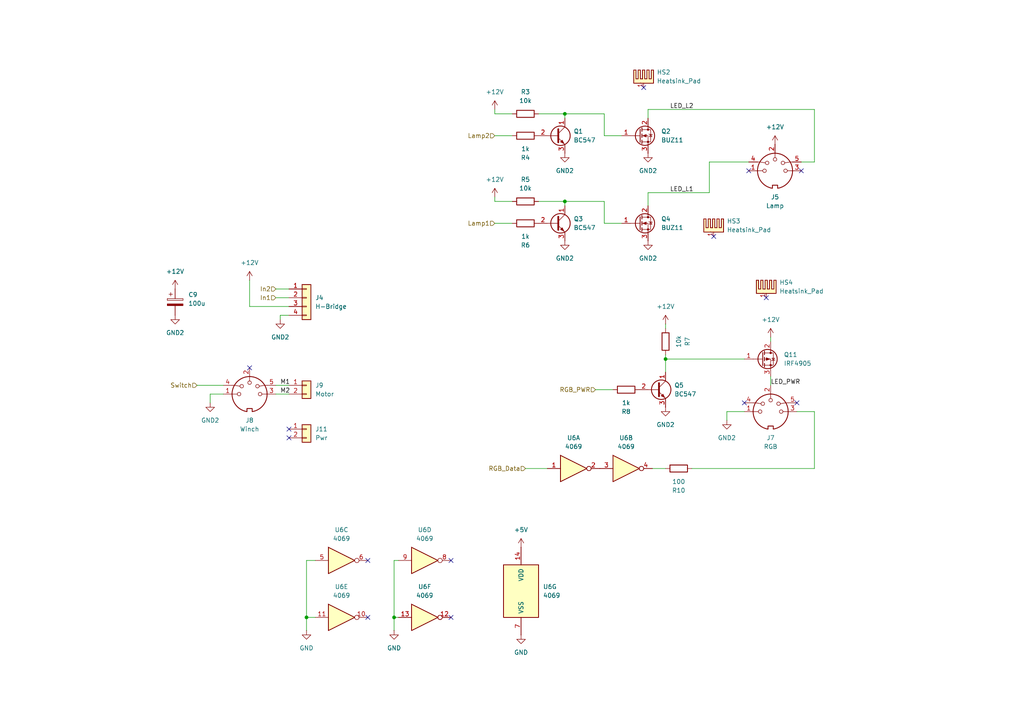
<source format=kicad_sch>
(kicad_sch
	(version 20250114)
	(generator "eeschema")
	(generator_version "9.0")
	(uuid "58d62c72-d779-4fde-89dd-ee05ee015e7b")
	(paper "A4")
	(lib_symbols
		(symbol "4xxx:4069"
			(pin_names
				(offset 1.016)
			)
			(exclude_from_sim no)
			(in_bom yes)
			(on_board yes)
			(property "Reference" "U"
				(at 0 1.27 0)
				(effects
					(font
						(size 1.27 1.27)
					)
				)
			)
			(property "Value" "4069"
				(at 0 -1.27 0)
				(effects
					(font
						(size 1.27 1.27)
					)
				)
			)
			(property "Footprint" ""
				(at 0 0 0)
				(effects
					(font
						(size 1.27 1.27)
					)
					(hide yes)
				)
			)
			(property "Datasheet" "http://www.intersil.com/content/dam/Intersil/documents/cd40/cd4069ubms.pdf"
				(at 0 0 0)
				(effects
					(font
						(size 1.27 1.27)
					)
					(hide yes)
				)
			)
			(property "Description" "Hex inverter"
				(at 0 0 0)
				(effects
					(font
						(size 1.27 1.27)
					)
					(hide yes)
				)
			)
			(property "ki_locked" ""
				(at 0 0 0)
				(effects
					(font
						(size 1.27 1.27)
					)
				)
			)
			(property "ki_keywords" "CMOS NOT"
				(at 0 0 0)
				(effects
					(font
						(size 1.27 1.27)
					)
					(hide yes)
				)
			)
			(property "ki_fp_filters" "DIP?14*"
				(at 0 0 0)
				(effects
					(font
						(size 1.27 1.27)
					)
					(hide yes)
				)
			)
			(symbol "4069_1_0"
				(polyline
					(pts
						(xy -3.81 3.81) (xy -3.81 -3.81) (xy 3.81 0) (xy -3.81 3.81)
					)
					(stroke
						(width 0.254)
						(type default)
					)
					(fill
						(type background)
					)
				)
				(pin input line
					(at -7.62 0 0)
					(length 3.81)
					(name "~"
						(effects
							(font
								(size 1.27 1.27)
							)
						)
					)
					(number "1"
						(effects
							(font
								(size 1.27 1.27)
							)
						)
					)
				)
				(pin output inverted
					(at 7.62 0 180)
					(length 3.81)
					(name "~"
						(effects
							(font
								(size 1.27 1.27)
							)
						)
					)
					(number "2"
						(effects
							(font
								(size 1.27 1.27)
							)
						)
					)
				)
			)
			(symbol "4069_2_0"
				(polyline
					(pts
						(xy -3.81 3.81) (xy -3.81 -3.81) (xy 3.81 0) (xy -3.81 3.81)
					)
					(stroke
						(width 0.254)
						(type default)
					)
					(fill
						(type background)
					)
				)
				(pin input line
					(at -7.62 0 0)
					(length 3.81)
					(name "~"
						(effects
							(font
								(size 1.27 1.27)
							)
						)
					)
					(number "3"
						(effects
							(font
								(size 1.27 1.27)
							)
						)
					)
				)
				(pin output inverted
					(at 7.62 0 180)
					(length 3.81)
					(name "~"
						(effects
							(font
								(size 1.27 1.27)
							)
						)
					)
					(number "4"
						(effects
							(font
								(size 1.27 1.27)
							)
						)
					)
				)
			)
			(symbol "4069_3_0"
				(polyline
					(pts
						(xy -3.81 3.81) (xy -3.81 -3.81) (xy 3.81 0) (xy -3.81 3.81)
					)
					(stroke
						(width 0.254)
						(type default)
					)
					(fill
						(type background)
					)
				)
				(pin input line
					(at -7.62 0 0)
					(length 3.81)
					(name "~"
						(effects
							(font
								(size 1.27 1.27)
							)
						)
					)
					(number "5"
						(effects
							(font
								(size 1.27 1.27)
							)
						)
					)
				)
				(pin output inverted
					(at 7.62 0 180)
					(length 3.81)
					(name "~"
						(effects
							(font
								(size 1.27 1.27)
							)
						)
					)
					(number "6"
						(effects
							(font
								(size 1.27 1.27)
							)
						)
					)
				)
			)
			(symbol "4069_4_0"
				(polyline
					(pts
						(xy -3.81 3.81) (xy -3.81 -3.81) (xy 3.81 0) (xy -3.81 3.81)
					)
					(stroke
						(width 0.254)
						(type default)
					)
					(fill
						(type background)
					)
				)
				(pin input line
					(at -7.62 0 0)
					(length 3.81)
					(name "~"
						(effects
							(font
								(size 1.27 1.27)
							)
						)
					)
					(number "9"
						(effects
							(font
								(size 1.27 1.27)
							)
						)
					)
				)
				(pin output inverted
					(at 7.62 0 180)
					(length 3.81)
					(name "~"
						(effects
							(font
								(size 1.27 1.27)
							)
						)
					)
					(number "8"
						(effects
							(font
								(size 1.27 1.27)
							)
						)
					)
				)
			)
			(symbol "4069_5_0"
				(polyline
					(pts
						(xy -3.81 3.81) (xy -3.81 -3.81) (xy 3.81 0) (xy -3.81 3.81)
					)
					(stroke
						(width 0.254)
						(type default)
					)
					(fill
						(type background)
					)
				)
				(pin input line
					(at -7.62 0 0)
					(length 3.81)
					(name "~"
						(effects
							(font
								(size 1.27 1.27)
							)
						)
					)
					(number "11"
						(effects
							(font
								(size 1.27 1.27)
							)
						)
					)
				)
				(pin output inverted
					(at 7.62 0 180)
					(length 3.81)
					(name "~"
						(effects
							(font
								(size 1.27 1.27)
							)
						)
					)
					(number "10"
						(effects
							(font
								(size 1.27 1.27)
							)
						)
					)
				)
			)
			(symbol "4069_6_0"
				(polyline
					(pts
						(xy -3.81 3.81) (xy -3.81 -3.81) (xy 3.81 0) (xy -3.81 3.81)
					)
					(stroke
						(width 0.254)
						(type default)
					)
					(fill
						(type background)
					)
				)
				(pin input line
					(at -7.62 0 0)
					(length 3.81)
					(name "~"
						(effects
							(font
								(size 1.27 1.27)
							)
						)
					)
					(number "13"
						(effects
							(font
								(size 1.27 1.27)
							)
						)
					)
				)
				(pin output inverted
					(at 7.62 0 180)
					(length 3.81)
					(name "~"
						(effects
							(font
								(size 1.27 1.27)
							)
						)
					)
					(number "12"
						(effects
							(font
								(size 1.27 1.27)
							)
						)
					)
				)
			)
			(symbol "4069_7_0"
				(pin power_in line
					(at 0 12.7 270)
					(length 5.08)
					(name "VDD"
						(effects
							(font
								(size 1.27 1.27)
							)
						)
					)
					(number "14"
						(effects
							(font
								(size 1.27 1.27)
							)
						)
					)
				)
				(pin power_in line
					(at 0 -12.7 90)
					(length 5.08)
					(name "VSS"
						(effects
							(font
								(size 1.27 1.27)
							)
						)
					)
					(number "7"
						(effects
							(font
								(size 1.27 1.27)
							)
						)
					)
				)
			)
			(symbol "4069_7_1"
				(rectangle
					(start -5.08 7.62)
					(end 5.08 -7.62)
					(stroke
						(width 0.254)
						(type default)
					)
					(fill
						(type background)
					)
				)
			)
			(embedded_fonts no)
		)
		(symbol "Connector:DIN-5_180degree"
			(pin_names
				(offset 1.016)
			)
			(exclude_from_sim no)
			(in_bom yes)
			(on_board yes)
			(property "Reference" "J"
				(at 3.175 5.715 0)
				(effects
					(font
						(size 1.27 1.27)
					)
				)
			)
			(property "Value" "DIN-5_180degree"
				(at 0 -6.35 0)
				(effects
					(font
						(size 1.27 1.27)
					)
				)
			)
			(property "Footprint" ""
				(at 0 0 0)
				(effects
					(font
						(size 1.27 1.27)
					)
					(hide yes)
				)
			)
			(property "Datasheet" "http://www.mouser.com/ds/2/18/40_c091_abd_e-75918.pdf"
				(at 0 0 0)
				(effects
					(font
						(size 1.27 1.27)
					)
					(hide yes)
				)
			)
			(property "Description" "5-pin DIN connector (5-pin DIN-5 stereo)"
				(at 0 0 0)
				(effects
					(font
						(size 1.27 1.27)
					)
					(hide yes)
				)
			)
			(property "ki_keywords" "circular DIN connector stereo audio"
				(at 0 0 0)
				(effects
					(font
						(size 1.27 1.27)
					)
					(hide yes)
				)
			)
			(property "ki_fp_filters" "DIN*"
				(at 0 0 0)
				(effects
					(font
						(size 1.27 1.27)
					)
					(hide yes)
				)
			)
			(symbol "DIN-5_180degree_0_1"
				(polyline
					(pts
						(xy -5.08 2.54) (xy -4.318 2.54) (xy -2.794 2.286)
					)
					(stroke
						(width 0)
						(type default)
					)
					(fill
						(type none)
					)
				)
				(polyline
					(pts
						(xy -5.08 0) (xy -3.556 0)
					)
					(stroke
						(width 0)
						(type default)
					)
					(fill
						(type none)
					)
				)
				(circle
					(center -3.048 0)
					(radius 0.508)
					(stroke
						(width 0)
						(type default)
					)
					(fill
						(type none)
					)
				)
				(circle
					(center -2.286 2.286)
					(radius 0.508)
					(stroke
						(width 0)
						(type default)
					)
					(fill
						(type none)
					)
				)
				(polyline
					(pts
						(xy -0.762 -4.953) (xy -0.762 -4.191) (xy 0.762 -4.191) (xy 0.762 -4.953)
					)
					(stroke
						(width 0.254)
						(type default)
					)
					(fill
						(type none)
					)
				)
				(arc
					(start 5.08 0)
					(mid 3.8673 -3.3444)
					(end 0.762 -5.08)
					(stroke
						(width 0.254)
						(type default)
					)
					(fill
						(type none)
					)
				)
				(polyline
					(pts
						(xy 0 5.08) (xy 0 3.81)
					)
					(stroke
						(width 0)
						(type default)
					)
					(fill
						(type none)
					)
				)
				(circle
					(center 0 3.302)
					(radius 0.508)
					(stroke
						(width 0)
						(type default)
					)
					(fill
						(type none)
					)
				)
				(arc
					(start -5.08 0)
					(mid 0 5.0579)
					(end 5.08 0)
					(stroke
						(width 0.254)
						(type default)
					)
					(fill
						(type none)
					)
				)
				(arc
					(start -0.762 -5.08)
					(mid -3.8597 -3.3379)
					(end -5.08 0)
					(stroke
						(width 0.254)
						(type default)
					)
					(fill
						(type none)
					)
				)
				(circle
					(center 2.286 2.286)
					(radius 0.508)
					(stroke
						(width 0)
						(type default)
					)
					(fill
						(type none)
					)
				)
				(circle
					(center 3.048 0)
					(radius 0.508)
					(stroke
						(width 0)
						(type default)
					)
					(fill
						(type none)
					)
				)
				(polyline
					(pts
						(xy 5.08 2.54) (xy 4.318 2.54) (xy 2.794 2.286)
					)
					(stroke
						(width 0)
						(type default)
					)
					(fill
						(type none)
					)
				)
				(polyline
					(pts
						(xy 5.08 0) (xy 3.556 0)
					)
					(stroke
						(width 0)
						(type default)
					)
					(fill
						(type none)
					)
				)
			)
			(symbol "DIN-5_180degree_1_1"
				(pin passive line
					(at -7.62 2.54 0)
					(length 2.54)
					(name "~"
						(effects
							(font
								(size 1.27 1.27)
							)
						)
					)
					(number "4"
						(effects
							(font
								(size 1.27 1.27)
							)
						)
					)
				)
				(pin passive line
					(at -7.62 0 0)
					(length 2.54)
					(name "~"
						(effects
							(font
								(size 1.27 1.27)
							)
						)
					)
					(number "1"
						(effects
							(font
								(size 1.27 1.27)
							)
						)
					)
				)
				(pin passive line
					(at 0 7.62 270)
					(length 2.54)
					(name "~"
						(effects
							(font
								(size 1.27 1.27)
							)
						)
					)
					(number "2"
						(effects
							(font
								(size 1.27 1.27)
							)
						)
					)
				)
				(pin passive line
					(at 7.62 2.54 180)
					(length 2.54)
					(name "~"
						(effects
							(font
								(size 1.27 1.27)
							)
						)
					)
					(number "5"
						(effects
							(font
								(size 1.27 1.27)
							)
						)
					)
				)
				(pin passive line
					(at 7.62 0 180)
					(length 2.54)
					(name "~"
						(effects
							(font
								(size 1.27 1.27)
							)
						)
					)
					(number "3"
						(effects
							(font
								(size 1.27 1.27)
							)
						)
					)
				)
			)
			(embedded_fonts no)
		)
		(symbol "Connector_Generic:Conn_01x02"
			(pin_names
				(offset 1.016)
				(hide yes)
			)
			(exclude_from_sim no)
			(in_bom yes)
			(on_board yes)
			(property "Reference" "J"
				(at 0 2.54 0)
				(effects
					(font
						(size 1.27 1.27)
					)
				)
			)
			(property "Value" "Conn_01x02"
				(at 0 -5.08 0)
				(effects
					(font
						(size 1.27 1.27)
					)
				)
			)
			(property "Footprint" ""
				(at 0 0 0)
				(effects
					(font
						(size 1.27 1.27)
					)
					(hide yes)
				)
			)
			(property "Datasheet" "~"
				(at 0 0 0)
				(effects
					(font
						(size 1.27 1.27)
					)
					(hide yes)
				)
			)
			(property "Description" "Generic connector, single row, 01x02, script generated (kicad-library-utils/schlib/autogen/connector/)"
				(at 0 0 0)
				(effects
					(font
						(size 1.27 1.27)
					)
					(hide yes)
				)
			)
			(property "ki_keywords" "connector"
				(at 0 0 0)
				(effects
					(font
						(size 1.27 1.27)
					)
					(hide yes)
				)
			)
			(property "ki_fp_filters" "Connector*:*_1x??_*"
				(at 0 0 0)
				(effects
					(font
						(size 1.27 1.27)
					)
					(hide yes)
				)
			)
			(symbol "Conn_01x02_1_1"
				(rectangle
					(start -1.27 1.27)
					(end 1.27 -3.81)
					(stroke
						(width 0.254)
						(type default)
					)
					(fill
						(type background)
					)
				)
				(rectangle
					(start -1.27 0.127)
					(end 0 -0.127)
					(stroke
						(width 0.1524)
						(type default)
					)
					(fill
						(type none)
					)
				)
				(rectangle
					(start -1.27 -2.413)
					(end 0 -2.667)
					(stroke
						(width 0.1524)
						(type default)
					)
					(fill
						(type none)
					)
				)
				(pin passive line
					(at -5.08 0 0)
					(length 3.81)
					(name "Pin_1"
						(effects
							(font
								(size 1.27 1.27)
							)
						)
					)
					(number "1"
						(effects
							(font
								(size 1.27 1.27)
							)
						)
					)
				)
				(pin passive line
					(at -5.08 -2.54 0)
					(length 3.81)
					(name "Pin_2"
						(effects
							(font
								(size 1.27 1.27)
							)
						)
					)
					(number "2"
						(effects
							(font
								(size 1.27 1.27)
							)
						)
					)
				)
			)
			(embedded_fonts no)
		)
		(symbol "Connector_Generic:Conn_01x04"
			(pin_names
				(offset 1.016)
				(hide yes)
			)
			(exclude_from_sim no)
			(in_bom yes)
			(on_board yes)
			(property "Reference" "J"
				(at 0 5.08 0)
				(effects
					(font
						(size 1.27 1.27)
					)
				)
			)
			(property "Value" "Conn_01x04"
				(at 0 -7.62 0)
				(effects
					(font
						(size 1.27 1.27)
					)
				)
			)
			(property "Footprint" ""
				(at 0 0 0)
				(effects
					(font
						(size 1.27 1.27)
					)
					(hide yes)
				)
			)
			(property "Datasheet" "~"
				(at 0 0 0)
				(effects
					(font
						(size 1.27 1.27)
					)
					(hide yes)
				)
			)
			(property "Description" "Generic connector, single row, 01x04, script generated (kicad-library-utils/schlib/autogen/connector/)"
				(at 0 0 0)
				(effects
					(font
						(size 1.27 1.27)
					)
					(hide yes)
				)
			)
			(property "ki_keywords" "connector"
				(at 0 0 0)
				(effects
					(font
						(size 1.27 1.27)
					)
					(hide yes)
				)
			)
			(property "ki_fp_filters" "Connector*:*_1x??_*"
				(at 0 0 0)
				(effects
					(font
						(size 1.27 1.27)
					)
					(hide yes)
				)
			)
			(symbol "Conn_01x04_1_1"
				(rectangle
					(start -1.27 3.81)
					(end 1.27 -6.35)
					(stroke
						(width 0.254)
						(type default)
					)
					(fill
						(type background)
					)
				)
				(rectangle
					(start -1.27 2.667)
					(end 0 2.413)
					(stroke
						(width 0.1524)
						(type default)
					)
					(fill
						(type none)
					)
				)
				(rectangle
					(start -1.27 0.127)
					(end 0 -0.127)
					(stroke
						(width 0.1524)
						(type default)
					)
					(fill
						(type none)
					)
				)
				(rectangle
					(start -1.27 -2.413)
					(end 0 -2.667)
					(stroke
						(width 0.1524)
						(type default)
					)
					(fill
						(type none)
					)
				)
				(rectangle
					(start -1.27 -4.953)
					(end 0 -5.207)
					(stroke
						(width 0.1524)
						(type default)
					)
					(fill
						(type none)
					)
				)
				(pin passive line
					(at -5.08 2.54 0)
					(length 3.81)
					(name "Pin_1"
						(effects
							(font
								(size 1.27 1.27)
							)
						)
					)
					(number "1"
						(effects
							(font
								(size 1.27 1.27)
							)
						)
					)
				)
				(pin passive line
					(at -5.08 0 0)
					(length 3.81)
					(name "Pin_2"
						(effects
							(font
								(size 1.27 1.27)
							)
						)
					)
					(number "2"
						(effects
							(font
								(size 1.27 1.27)
							)
						)
					)
				)
				(pin passive line
					(at -5.08 -2.54 0)
					(length 3.81)
					(name "Pin_3"
						(effects
							(font
								(size 1.27 1.27)
							)
						)
					)
					(number "3"
						(effects
							(font
								(size 1.27 1.27)
							)
						)
					)
				)
				(pin passive line
					(at -5.08 -5.08 0)
					(length 3.81)
					(name "Pin_4"
						(effects
							(font
								(size 1.27 1.27)
							)
						)
					)
					(number "4"
						(effects
							(font
								(size 1.27 1.27)
							)
						)
					)
				)
			)
			(embedded_fonts no)
		)
		(symbol "Device:C_Polarized"
			(pin_numbers
				(hide yes)
			)
			(pin_names
				(offset 0.254)
			)
			(exclude_from_sim no)
			(in_bom yes)
			(on_board yes)
			(property "Reference" "C"
				(at 0.635 2.54 0)
				(effects
					(font
						(size 1.27 1.27)
					)
					(justify left)
				)
			)
			(property "Value" "C_Polarized"
				(at 0.635 -2.54 0)
				(effects
					(font
						(size 1.27 1.27)
					)
					(justify left)
				)
			)
			(property "Footprint" ""
				(at 0.9652 -3.81 0)
				(effects
					(font
						(size 1.27 1.27)
					)
					(hide yes)
				)
			)
			(property "Datasheet" "~"
				(at 0 0 0)
				(effects
					(font
						(size 1.27 1.27)
					)
					(hide yes)
				)
			)
			(property "Description" "Polarized capacitor"
				(at 0 0 0)
				(effects
					(font
						(size 1.27 1.27)
					)
					(hide yes)
				)
			)
			(property "ki_keywords" "cap capacitor"
				(at 0 0 0)
				(effects
					(font
						(size 1.27 1.27)
					)
					(hide yes)
				)
			)
			(property "ki_fp_filters" "CP_*"
				(at 0 0 0)
				(effects
					(font
						(size 1.27 1.27)
					)
					(hide yes)
				)
			)
			(symbol "C_Polarized_0_1"
				(rectangle
					(start -2.286 0.508)
					(end 2.286 1.016)
					(stroke
						(width 0)
						(type default)
					)
					(fill
						(type none)
					)
				)
				(polyline
					(pts
						(xy -1.778 2.286) (xy -0.762 2.286)
					)
					(stroke
						(width 0)
						(type default)
					)
					(fill
						(type none)
					)
				)
				(polyline
					(pts
						(xy -1.27 2.794) (xy -1.27 1.778)
					)
					(stroke
						(width 0)
						(type default)
					)
					(fill
						(type none)
					)
				)
				(rectangle
					(start 2.286 -0.508)
					(end -2.286 -1.016)
					(stroke
						(width 0)
						(type default)
					)
					(fill
						(type outline)
					)
				)
			)
			(symbol "C_Polarized_1_1"
				(pin passive line
					(at 0 3.81 270)
					(length 2.794)
					(name "~"
						(effects
							(font
								(size 1.27 1.27)
							)
						)
					)
					(number "1"
						(effects
							(font
								(size 1.27 1.27)
							)
						)
					)
				)
				(pin passive line
					(at 0 -3.81 90)
					(length 2.794)
					(name "~"
						(effects
							(font
								(size 1.27 1.27)
							)
						)
					)
					(number "2"
						(effects
							(font
								(size 1.27 1.27)
							)
						)
					)
				)
			)
			(embedded_fonts no)
		)
		(symbol "Device:R"
			(pin_numbers
				(hide yes)
			)
			(pin_names
				(offset 0)
			)
			(exclude_from_sim no)
			(in_bom yes)
			(on_board yes)
			(property "Reference" "R"
				(at 2.032 0 90)
				(effects
					(font
						(size 1.27 1.27)
					)
				)
			)
			(property "Value" "R"
				(at 0 0 90)
				(effects
					(font
						(size 1.27 1.27)
					)
				)
			)
			(property "Footprint" ""
				(at -1.778 0 90)
				(effects
					(font
						(size 1.27 1.27)
					)
					(hide yes)
				)
			)
			(property "Datasheet" "~"
				(at 0 0 0)
				(effects
					(font
						(size 1.27 1.27)
					)
					(hide yes)
				)
			)
			(property "Description" "Resistor"
				(at 0 0 0)
				(effects
					(font
						(size 1.27 1.27)
					)
					(hide yes)
				)
			)
			(property "ki_keywords" "R res resistor"
				(at 0 0 0)
				(effects
					(font
						(size 1.27 1.27)
					)
					(hide yes)
				)
			)
			(property "ki_fp_filters" "R_*"
				(at 0 0 0)
				(effects
					(font
						(size 1.27 1.27)
					)
					(hide yes)
				)
			)
			(symbol "R_0_1"
				(rectangle
					(start -1.016 -2.54)
					(end 1.016 2.54)
					(stroke
						(width 0.254)
						(type default)
					)
					(fill
						(type none)
					)
				)
			)
			(symbol "R_1_1"
				(pin passive line
					(at 0 3.81 270)
					(length 1.27)
					(name "~"
						(effects
							(font
								(size 1.27 1.27)
							)
						)
					)
					(number "1"
						(effects
							(font
								(size 1.27 1.27)
							)
						)
					)
				)
				(pin passive line
					(at 0 -3.81 90)
					(length 1.27)
					(name "~"
						(effects
							(font
								(size 1.27 1.27)
							)
						)
					)
					(number "2"
						(effects
							(font
								(size 1.27 1.27)
							)
						)
					)
				)
			)
			(embedded_fonts no)
		)
		(symbol "Mechanical:Heatsink_Pad"
			(pin_names
				(offset 0)
			)
			(exclude_from_sim no)
			(in_bom yes)
			(on_board yes)
			(property "Reference" "HS"
				(at 0 5.715 0)
				(effects
					(font
						(size 1.27 1.27)
					)
				)
			)
			(property "Value" "Heatsink_Pad"
				(at 0 3.81 0)
				(effects
					(font
						(size 1.27 1.27)
					)
				)
			)
			(property "Footprint" ""
				(at 0.3048 -1.27 0)
				(effects
					(font
						(size 1.27 1.27)
					)
					(hide yes)
				)
			)
			(property "Datasheet" "~"
				(at 0.3048 -1.27 0)
				(effects
					(font
						(size 1.27 1.27)
					)
					(hide yes)
				)
			)
			(property "Description" "Heatsink with electrical connection, 1 pin"
				(at 0 0 0)
				(effects
					(font
						(size 1.27 1.27)
					)
					(hide yes)
				)
			)
			(property "ki_keywords" "thermal heat temperature"
				(at 0 0 0)
				(effects
					(font
						(size 1.27 1.27)
					)
					(hide yes)
				)
			)
			(property "ki_fp_filters" "Heatsink_*"
				(at 0 0 0)
				(effects
					(font
						(size 1.27 1.27)
					)
					(hide yes)
				)
			)
			(symbol "Heatsink_Pad_0_1"
				(polyline
					(pts
						(xy -0.3302 0) (xy -0.9652 0) (xy -0.9652 2.54) (xy -1.6002 2.54) (xy -1.6002 0) (xy -2.2352 0)
						(xy -2.2352 2.54) (xy -2.8702 2.54) (xy -2.8702 -1.27) (xy -0.9652 -1.27)
					)
					(stroke
						(width 0.254)
						(type default)
					)
					(fill
						(type background)
					)
				)
				(polyline
					(pts
						(xy -0.3302 0) (xy -0.3302 2.54) (xy 0.3048 2.54) (xy 0.3048 0) (xy 0.9398 0) (xy 0.9398 2.54)
						(xy 1.5748 2.54) (xy 1.5748 0) (xy 2.2098 0) (xy 2.2098 2.54) (xy 2.8448 2.54) (xy 2.8448 -1.27)
						(xy -0.9652 -1.27)
					)
					(stroke
						(width 0.254)
						(type default)
					)
					(fill
						(type background)
					)
				)
			)
			(symbol "Heatsink_Pad_1_1"
				(pin passive line
					(at 0 -2.54 90)
					(length 1.27)
					(name "~"
						(effects
							(font
								(size 1.27 1.27)
							)
						)
					)
					(number "1"
						(effects
							(font
								(size 1.27 1.27)
							)
						)
					)
				)
			)
			(embedded_fonts no)
		)
		(symbol "Transistor_BJT:BC547"
			(pin_names
				(offset 0)
				(hide yes)
			)
			(exclude_from_sim no)
			(in_bom yes)
			(on_board yes)
			(property "Reference" "Q"
				(at 5.08 1.905 0)
				(effects
					(font
						(size 1.27 1.27)
					)
					(justify left)
				)
			)
			(property "Value" "BC547"
				(at 5.08 0 0)
				(effects
					(font
						(size 1.27 1.27)
					)
					(justify left)
				)
			)
			(property "Footprint" "Package_TO_SOT_THT:TO-92_Inline"
				(at 5.08 -1.905 0)
				(effects
					(font
						(size 1.27 1.27)
						(italic yes)
					)
					(justify left)
					(hide yes)
				)
			)
			(property "Datasheet" "https://www.onsemi.com/pub/Collateral/BC550-D.pdf"
				(at 0 0 0)
				(effects
					(font
						(size 1.27 1.27)
					)
					(justify left)
					(hide yes)
				)
			)
			(property "Description" "0.1A Ic, 45V Vce, Small Signal NPN Transistor, TO-92"
				(at 0 0 0)
				(effects
					(font
						(size 1.27 1.27)
					)
					(hide yes)
				)
			)
			(property "ki_keywords" "NPN Transistor"
				(at 0 0 0)
				(effects
					(font
						(size 1.27 1.27)
					)
					(hide yes)
				)
			)
			(property "ki_fp_filters" "TO?92*"
				(at 0 0 0)
				(effects
					(font
						(size 1.27 1.27)
					)
					(hide yes)
				)
			)
			(symbol "BC547_0_1"
				(polyline
					(pts
						(xy -2.54 0) (xy 0.635 0)
					)
					(stroke
						(width 0)
						(type default)
					)
					(fill
						(type none)
					)
				)
				(polyline
					(pts
						(xy 0.635 1.905) (xy 0.635 -1.905)
					)
					(stroke
						(width 0.508)
						(type default)
					)
					(fill
						(type none)
					)
				)
				(circle
					(center 1.27 0)
					(radius 2.8194)
					(stroke
						(width 0.254)
						(type default)
					)
					(fill
						(type none)
					)
				)
			)
			(symbol "BC547_1_1"
				(polyline
					(pts
						(xy 0.635 0.635) (xy 2.54 2.54)
					)
					(stroke
						(width 0)
						(type default)
					)
					(fill
						(type none)
					)
				)
				(polyline
					(pts
						(xy 0.635 -0.635) (xy 2.54 -2.54)
					)
					(stroke
						(width 0)
						(type default)
					)
					(fill
						(type none)
					)
				)
				(polyline
					(pts
						(xy 1.27 -1.778) (xy 1.778 -1.27) (xy 2.286 -2.286) (xy 1.27 -1.778)
					)
					(stroke
						(width 0)
						(type default)
					)
					(fill
						(type outline)
					)
				)
				(pin input line
					(at -5.08 0 0)
					(length 2.54)
					(name "B"
						(effects
							(font
								(size 1.27 1.27)
							)
						)
					)
					(number "2"
						(effects
							(font
								(size 1.27 1.27)
							)
						)
					)
				)
				(pin passive line
					(at 2.54 5.08 270)
					(length 2.54)
					(name "C"
						(effects
							(font
								(size 1.27 1.27)
							)
						)
					)
					(number "1"
						(effects
							(font
								(size 1.27 1.27)
							)
						)
					)
				)
				(pin passive line
					(at 2.54 -5.08 90)
					(length 2.54)
					(name "E"
						(effects
							(font
								(size 1.27 1.27)
							)
						)
					)
					(number "3"
						(effects
							(font
								(size 1.27 1.27)
							)
						)
					)
				)
			)
			(embedded_fonts no)
		)
		(symbol "Transistor_FET:BUZ11"
			(pin_names
				(hide yes)
			)
			(exclude_from_sim no)
			(in_bom yes)
			(on_board yes)
			(property "Reference" "Q"
				(at 5.08 1.905 0)
				(effects
					(font
						(size 1.27 1.27)
					)
					(justify left)
				)
			)
			(property "Value" "BUZ11"
				(at 5.08 0 0)
				(effects
					(font
						(size 1.27 1.27)
					)
					(justify left)
				)
			)
			(property "Footprint" "Package_TO_SOT_THT:TO-220-3_Vertical"
				(at 5.08 -1.905 0)
				(effects
					(font
						(size 1.27 1.27)
						(italic yes)
					)
					(justify left)
					(hide yes)
				)
			)
			(property "Datasheet" "https://media.digikey.com/pdf/Data%20Sheets/Fairchild%20PDFs/BUZ11.pdf"
				(at 5.08 -3.81 0)
				(effects
					(font
						(size 1.27 1.27)
					)
					(justify left)
					(hide yes)
				)
			)
			(property "Description" "30A Id, 50V Vds, N-Channel Power MOSFET, TO-220"
				(at 0 0 0)
				(effects
					(font
						(size 1.27 1.27)
					)
					(hide yes)
				)
			)
			(property "ki_keywords" "N-Channel Power MOSFET"
				(at 0 0 0)
				(effects
					(font
						(size 1.27 1.27)
					)
					(hide yes)
				)
			)
			(property "ki_fp_filters" "TO?220*"
				(at 0 0 0)
				(effects
					(font
						(size 1.27 1.27)
					)
					(hide yes)
				)
			)
			(symbol "BUZ11_0_1"
				(polyline
					(pts
						(xy 0.254 1.905) (xy 0.254 -1.905)
					)
					(stroke
						(width 0.254)
						(type default)
					)
					(fill
						(type none)
					)
				)
				(polyline
					(pts
						(xy 0.254 0) (xy -2.54 0)
					)
					(stroke
						(width 0)
						(type default)
					)
					(fill
						(type none)
					)
				)
				(polyline
					(pts
						(xy 0.762 2.286) (xy 0.762 1.27)
					)
					(stroke
						(width 0.254)
						(type default)
					)
					(fill
						(type none)
					)
				)
				(polyline
					(pts
						(xy 0.762 0.508) (xy 0.762 -0.508)
					)
					(stroke
						(width 0.254)
						(type default)
					)
					(fill
						(type none)
					)
				)
				(polyline
					(pts
						(xy 0.762 -1.27) (xy 0.762 -2.286)
					)
					(stroke
						(width 0.254)
						(type default)
					)
					(fill
						(type none)
					)
				)
				(polyline
					(pts
						(xy 0.762 -1.778) (xy 3.302 -1.778) (xy 3.302 1.778) (xy 0.762 1.778)
					)
					(stroke
						(width 0)
						(type default)
					)
					(fill
						(type none)
					)
				)
				(polyline
					(pts
						(xy 1.016 0) (xy 2.032 0.381) (xy 2.032 -0.381) (xy 1.016 0)
					)
					(stroke
						(width 0)
						(type default)
					)
					(fill
						(type outline)
					)
				)
				(circle
					(center 1.651 0)
					(radius 2.794)
					(stroke
						(width 0.254)
						(type default)
					)
					(fill
						(type none)
					)
				)
				(polyline
					(pts
						(xy 2.54 2.54) (xy 2.54 1.778)
					)
					(stroke
						(width 0)
						(type default)
					)
					(fill
						(type none)
					)
				)
				(circle
					(center 2.54 1.778)
					(radius 0.254)
					(stroke
						(width 0)
						(type default)
					)
					(fill
						(type outline)
					)
				)
				(circle
					(center 2.54 -1.778)
					(radius 0.254)
					(stroke
						(width 0)
						(type default)
					)
					(fill
						(type outline)
					)
				)
				(polyline
					(pts
						(xy 2.54 -2.54) (xy 2.54 0) (xy 0.762 0)
					)
					(stroke
						(width 0)
						(type default)
					)
					(fill
						(type none)
					)
				)
				(polyline
					(pts
						(xy 2.794 0.508) (xy 2.921 0.381) (xy 3.683 0.381) (xy 3.81 0.254)
					)
					(stroke
						(width 0)
						(type default)
					)
					(fill
						(type none)
					)
				)
				(polyline
					(pts
						(xy 3.302 0.381) (xy 2.921 -0.254) (xy 3.683 -0.254) (xy 3.302 0.381)
					)
					(stroke
						(width 0)
						(type default)
					)
					(fill
						(type none)
					)
				)
			)
			(symbol "BUZ11_1_1"
				(pin input line
					(at -5.08 0 0)
					(length 2.54)
					(name "G"
						(effects
							(font
								(size 1.27 1.27)
							)
						)
					)
					(number "1"
						(effects
							(font
								(size 1.27 1.27)
							)
						)
					)
				)
				(pin passive line
					(at 2.54 5.08 270)
					(length 2.54)
					(name "D"
						(effects
							(font
								(size 1.27 1.27)
							)
						)
					)
					(number "2"
						(effects
							(font
								(size 1.27 1.27)
							)
						)
					)
				)
				(pin passive line
					(at 2.54 -5.08 90)
					(length 2.54)
					(name "S"
						(effects
							(font
								(size 1.27 1.27)
							)
						)
					)
					(number "3"
						(effects
							(font
								(size 1.27 1.27)
							)
						)
					)
				)
			)
			(embedded_fonts no)
		)
		(symbol "Transistor_FET:IRF4905"
			(pin_names
				(hide yes)
			)
			(exclude_from_sim no)
			(in_bom yes)
			(on_board yes)
			(property "Reference" "Q"
				(at 5.08 1.905 0)
				(effects
					(font
						(size 1.27 1.27)
					)
					(justify left)
				)
			)
			(property "Value" "IRF4905"
				(at 5.08 0 0)
				(effects
					(font
						(size 1.27 1.27)
					)
					(justify left)
				)
			)
			(property "Footprint" "Package_TO_SOT_THT:TO-220-3_Vertical"
				(at 5.08 -1.905 0)
				(effects
					(font
						(size 1.27 1.27)
						(italic yes)
					)
					(justify left)
					(hide yes)
				)
			)
			(property "Datasheet" "http://www.infineon.com/dgdl/irf4905.pdf?fileId=5546d462533600a4015355e32165197c"
				(at 5.08 -3.81 0)
				(effects
					(font
						(size 1.27 1.27)
					)
					(justify left)
					(hide yes)
				)
			)
			(property "Description" "-74A Id, -55V Vds, Single P-Channel HEXFET Power MOSFET, 20mOhm Ron, TO-220AB"
				(at 0 0 0)
				(effects
					(font
						(size 1.27 1.27)
					)
					(hide yes)
				)
			)
			(property "ki_keywords" "Single P-Channel HEXFET Power MOSFET"
				(at 0 0 0)
				(effects
					(font
						(size 1.27 1.27)
					)
					(hide yes)
				)
			)
			(property "ki_fp_filters" "TO?220*"
				(at 0 0 0)
				(effects
					(font
						(size 1.27 1.27)
					)
					(hide yes)
				)
			)
			(symbol "IRF4905_0_1"
				(polyline
					(pts
						(xy 0.254 1.905) (xy 0.254 -1.905)
					)
					(stroke
						(width 0.254)
						(type default)
					)
					(fill
						(type none)
					)
				)
				(polyline
					(pts
						(xy 0.254 0) (xy -2.54 0)
					)
					(stroke
						(width 0)
						(type default)
					)
					(fill
						(type none)
					)
				)
				(polyline
					(pts
						(xy 0.762 2.286) (xy 0.762 1.27)
					)
					(stroke
						(width 0.254)
						(type default)
					)
					(fill
						(type none)
					)
				)
				(polyline
					(pts
						(xy 0.762 1.778) (xy 3.302 1.778) (xy 3.302 -1.778) (xy 0.762 -1.778)
					)
					(stroke
						(width 0)
						(type default)
					)
					(fill
						(type none)
					)
				)
				(polyline
					(pts
						(xy 0.762 0.508) (xy 0.762 -0.508)
					)
					(stroke
						(width 0.254)
						(type default)
					)
					(fill
						(type none)
					)
				)
				(polyline
					(pts
						(xy 0.762 -1.27) (xy 0.762 -2.286)
					)
					(stroke
						(width 0.254)
						(type default)
					)
					(fill
						(type none)
					)
				)
				(circle
					(center 1.651 0)
					(radius 2.794)
					(stroke
						(width 0.254)
						(type default)
					)
					(fill
						(type none)
					)
				)
				(polyline
					(pts
						(xy 2.286 0) (xy 1.27 0.381) (xy 1.27 -0.381) (xy 2.286 0)
					)
					(stroke
						(width 0)
						(type default)
					)
					(fill
						(type outline)
					)
				)
				(polyline
					(pts
						(xy 2.54 2.54) (xy 2.54 1.778)
					)
					(stroke
						(width 0)
						(type default)
					)
					(fill
						(type none)
					)
				)
				(circle
					(center 2.54 1.778)
					(radius 0.254)
					(stroke
						(width 0)
						(type default)
					)
					(fill
						(type outline)
					)
				)
				(circle
					(center 2.54 -1.778)
					(radius 0.254)
					(stroke
						(width 0)
						(type default)
					)
					(fill
						(type outline)
					)
				)
				(polyline
					(pts
						(xy 2.54 -2.54) (xy 2.54 0) (xy 0.762 0)
					)
					(stroke
						(width 0)
						(type default)
					)
					(fill
						(type none)
					)
				)
				(polyline
					(pts
						(xy 2.794 -0.508) (xy 2.921 -0.381) (xy 3.683 -0.381) (xy 3.81 -0.254)
					)
					(stroke
						(width 0)
						(type default)
					)
					(fill
						(type none)
					)
				)
				(polyline
					(pts
						(xy 3.302 -0.381) (xy 2.921 0.254) (xy 3.683 0.254) (xy 3.302 -0.381)
					)
					(stroke
						(width 0)
						(type default)
					)
					(fill
						(type none)
					)
				)
			)
			(symbol "IRF4905_1_1"
				(pin input line
					(at -5.08 0 0)
					(length 2.54)
					(name "G"
						(effects
							(font
								(size 1.27 1.27)
							)
						)
					)
					(number "1"
						(effects
							(font
								(size 1.27 1.27)
							)
						)
					)
				)
				(pin passive line
					(at 2.54 5.08 270)
					(length 2.54)
					(name "D"
						(effects
							(font
								(size 1.27 1.27)
							)
						)
					)
					(number "2"
						(effects
							(font
								(size 1.27 1.27)
							)
						)
					)
				)
				(pin passive line
					(at 2.54 -5.08 90)
					(length 2.54)
					(name "S"
						(effects
							(font
								(size 1.27 1.27)
							)
						)
					)
					(number "3"
						(effects
							(font
								(size 1.27 1.27)
							)
						)
					)
				)
			)
			(embedded_fonts no)
		)
		(symbol "power:+12V"
			(power)
			(pin_numbers
				(hide yes)
			)
			(pin_names
				(offset 0)
				(hide yes)
			)
			(exclude_from_sim no)
			(in_bom yes)
			(on_board yes)
			(property "Reference" "#PWR"
				(at 0 -3.81 0)
				(effects
					(font
						(size 1.27 1.27)
					)
					(hide yes)
				)
			)
			(property "Value" "+12V"
				(at 0 3.556 0)
				(effects
					(font
						(size 1.27 1.27)
					)
				)
			)
			(property "Footprint" ""
				(at 0 0 0)
				(effects
					(font
						(size 1.27 1.27)
					)
					(hide yes)
				)
			)
			(property "Datasheet" ""
				(at 0 0 0)
				(effects
					(font
						(size 1.27 1.27)
					)
					(hide yes)
				)
			)
			(property "Description" "Power symbol creates a global label with name \"+12V\""
				(at 0 0 0)
				(effects
					(font
						(size 1.27 1.27)
					)
					(hide yes)
				)
			)
			(property "ki_keywords" "global power"
				(at 0 0 0)
				(effects
					(font
						(size 1.27 1.27)
					)
					(hide yes)
				)
			)
			(symbol "+12V_0_1"
				(polyline
					(pts
						(xy -0.762 1.27) (xy 0 2.54)
					)
					(stroke
						(width 0)
						(type default)
					)
					(fill
						(type none)
					)
				)
				(polyline
					(pts
						(xy 0 2.54) (xy 0.762 1.27)
					)
					(stroke
						(width 0)
						(type default)
					)
					(fill
						(type none)
					)
				)
				(polyline
					(pts
						(xy 0 0) (xy 0 2.54)
					)
					(stroke
						(width 0)
						(type default)
					)
					(fill
						(type none)
					)
				)
			)
			(symbol "+12V_1_1"
				(pin power_in line
					(at 0 0 90)
					(length 0)
					(name "~"
						(effects
							(font
								(size 1.27 1.27)
							)
						)
					)
					(number "1"
						(effects
							(font
								(size 1.27 1.27)
							)
						)
					)
				)
			)
			(embedded_fonts no)
		)
		(symbol "power:+5V"
			(power)
			(pin_numbers
				(hide yes)
			)
			(pin_names
				(offset 0)
				(hide yes)
			)
			(exclude_from_sim no)
			(in_bom yes)
			(on_board yes)
			(property "Reference" "#PWR"
				(at 0 -3.81 0)
				(effects
					(font
						(size 1.27 1.27)
					)
					(hide yes)
				)
			)
			(property "Value" "+5V"
				(at 0 3.556 0)
				(effects
					(font
						(size 1.27 1.27)
					)
				)
			)
			(property "Footprint" ""
				(at 0 0 0)
				(effects
					(font
						(size 1.27 1.27)
					)
					(hide yes)
				)
			)
			(property "Datasheet" ""
				(at 0 0 0)
				(effects
					(font
						(size 1.27 1.27)
					)
					(hide yes)
				)
			)
			(property "Description" "Power symbol creates a global label with name \"+5V\""
				(at 0 0 0)
				(effects
					(font
						(size 1.27 1.27)
					)
					(hide yes)
				)
			)
			(property "ki_keywords" "global power"
				(at 0 0 0)
				(effects
					(font
						(size 1.27 1.27)
					)
					(hide yes)
				)
			)
			(symbol "+5V_0_1"
				(polyline
					(pts
						(xy -0.762 1.27) (xy 0 2.54)
					)
					(stroke
						(width 0)
						(type default)
					)
					(fill
						(type none)
					)
				)
				(polyline
					(pts
						(xy 0 2.54) (xy 0.762 1.27)
					)
					(stroke
						(width 0)
						(type default)
					)
					(fill
						(type none)
					)
				)
				(polyline
					(pts
						(xy 0 0) (xy 0 2.54)
					)
					(stroke
						(width 0)
						(type default)
					)
					(fill
						(type none)
					)
				)
			)
			(symbol "+5V_1_1"
				(pin power_in line
					(at 0 0 90)
					(length 0)
					(name "~"
						(effects
							(font
								(size 1.27 1.27)
							)
						)
					)
					(number "1"
						(effects
							(font
								(size 1.27 1.27)
							)
						)
					)
				)
			)
			(embedded_fonts no)
		)
		(symbol "power:GND"
			(power)
			(pin_numbers
				(hide yes)
			)
			(pin_names
				(offset 0)
				(hide yes)
			)
			(exclude_from_sim no)
			(in_bom yes)
			(on_board yes)
			(property "Reference" "#PWR"
				(at 0 -6.35 0)
				(effects
					(font
						(size 1.27 1.27)
					)
					(hide yes)
				)
			)
			(property "Value" "GND"
				(at 0 -3.81 0)
				(effects
					(font
						(size 1.27 1.27)
					)
				)
			)
			(property "Footprint" ""
				(at 0 0 0)
				(effects
					(font
						(size 1.27 1.27)
					)
					(hide yes)
				)
			)
			(property "Datasheet" ""
				(at 0 0 0)
				(effects
					(font
						(size 1.27 1.27)
					)
					(hide yes)
				)
			)
			(property "Description" "Power symbol creates a global label with name \"GND\" , ground"
				(at 0 0 0)
				(effects
					(font
						(size 1.27 1.27)
					)
					(hide yes)
				)
			)
			(property "ki_keywords" "global power"
				(at 0 0 0)
				(effects
					(font
						(size 1.27 1.27)
					)
					(hide yes)
				)
			)
			(symbol "GND_0_1"
				(polyline
					(pts
						(xy 0 0) (xy 0 -1.27) (xy 1.27 -1.27) (xy 0 -2.54) (xy -1.27 -1.27) (xy 0 -1.27)
					)
					(stroke
						(width 0)
						(type default)
					)
					(fill
						(type none)
					)
				)
			)
			(symbol "GND_1_1"
				(pin power_in line
					(at 0 0 270)
					(length 0)
					(name "~"
						(effects
							(font
								(size 1.27 1.27)
							)
						)
					)
					(number "1"
						(effects
							(font
								(size 1.27 1.27)
							)
						)
					)
				)
			)
			(embedded_fonts no)
		)
		(symbol "power:GND2"
			(power)
			(pin_numbers
				(hide yes)
			)
			(pin_names
				(offset 0)
				(hide yes)
			)
			(exclude_from_sim no)
			(in_bom yes)
			(on_board yes)
			(property "Reference" "#PWR"
				(at 0 -6.35 0)
				(effects
					(font
						(size 1.27 1.27)
					)
					(hide yes)
				)
			)
			(property "Value" "GND2"
				(at 0 -3.81 0)
				(effects
					(font
						(size 1.27 1.27)
					)
				)
			)
			(property "Footprint" ""
				(at 0 0 0)
				(effects
					(font
						(size 1.27 1.27)
					)
					(hide yes)
				)
			)
			(property "Datasheet" ""
				(at 0 0 0)
				(effects
					(font
						(size 1.27 1.27)
					)
					(hide yes)
				)
			)
			(property "Description" "Power symbol creates a global label with name \"GND2\" , ground"
				(at 0 0 0)
				(effects
					(font
						(size 1.27 1.27)
					)
					(hide yes)
				)
			)
			(property "ki_keywords" "global power"
				(at 0 0 0)
				(effects
					(font
						(size 1.27 1.27)
					)
					(hide yes)
				)
			)
			(symbol "GND2_0_1"
				(polyline
					(pts
						(xy 0 0) (xy 0 -1.27) (xy 1.27 -1.27) (xy 0 -2.54) (xy -1.27 -1.27) (xy 0 -1.27)
					)
					(stroke
						(width 0)
						(type default)
					)
					(fill
						(type none)
					)
				)
			)
			(symbol "GND2_1_1"
				(pin power_in line
					(at 0 0 270)
					(length 0)
					(name "~"
						(effects
							(font
								(size 1.27 1.27)
							)
						)
					)
					(number "1"
						(effects
							(font
								(size 1.27 1.27)
							)
						)
					)
				)
			)
			(embedded_fonts no)
		)
	)
	(junction
		(at 114.3 179.07)
		(diameter 0)
		(color 0 0 0 0)
		(uuid "68b054d9-5c05-44f8-9ab5-e6fe6f47f055")
	)
	(junction
		(at 88.9 179.07)
		(diameter 0)
		(color 0 0 0 0)
		(uuid "891e3629-57ae-4ce9-a1ac-fc0911a23e35")
	)
	(junction
		(at 163.83 58.42)
		(diameter 0)
		(color 0 0 0 0)
		(uuid "9226e1e1-8dbc-4446-8f58-8845c12a42dd")
	)
	(junction
		(at 193.04 104.14)
		(diameter 0)
		(color 0 0 0 0)
		(uuid "ba1f5e2b-b894-448c-9bc7-3745343e44c8")
	)
	(junction
		(at 163.83 33.02)
		(diameter 0)
		(color 0 0 0 0)
		(uuid "bb627564-643e-42ce-a607-aba3c637db29")
	)
	(no_connect
		(at 130.81 179.07)
		(uuid "0cf6423c-ce56-448c-9c2e-4769acb30d63")
	)
	(no_connect
		(at 222.25 86.36)
		(uuid "0fb4ba9d-45f3-464a-9ed1-5fb4a6befdc2")
	)
	(no_connect
		(at 83.82 127)
		(uuid "204f886c-9929-42f5-a329-f85a3445947e")
	)
	(no_connect
		(at 130.81 162.56)
		(uuid "27aa566a-ce27-4cdd-916c-f2b65a72b312")
	)
	(no_connect
		(at 106.68 179.07)
		(uuid "461bfe62-c44f-4b4d-9aba-20bef1615697")
	)
	(no_connect
		(at 217.17 49.53)
		(uuid "4899e854-ed29-42bd-ae7e-fdf5e3843187")
	)
	(no_connect
		(at 106.68 162.56)
		(uuid "6733ef1f-f82a-44dc-b0df-6ff75dfc705a")
	)
	(no_connect
		(at 72.39 106.68)
		(uuid "7dd99c47-fe0f-4812-ac72-b08942739c88")
	)
	(no_connect
		(at 186.69 25.4)
		(uuid "8b76797e-ae5c-490b-b8b0-24c8693056ef")
	)
	(no_connect
		(at 207.01 68.58)
		(uuid "ab1b725e-853a-4ba7-b1d5-97c68e1c74d7")
	)
	(no_connect
		(at 83.82 124.46)
		(uuid "bfe39bf7-cc19-4f24-bdfc-389c3cb08c36")
	)
	(no_connect
		(at 215.9 116.84)
		(uuid "e559eb11-6f5e-4c7f-80fb-119d38acb43e")
	)
	(no_connect
		(at 231.14 116.84)
		(uuid "f281751b-6fc0-411c-a0c0-22ebe6337e9f")
	)
	(no_connect
		(at 232.41 49.53)
		(uuid "f903ff29-7f15-4239-824d-0465028b765d")
	)
	(wire
		(pts
			(xy 114.3 179.07) (xy 114.3 182.88)
		)
		(stroke
			(width 0)
			(type default)
		)
		(uuid "1614caac-ac42-4013-a75f-15484e3c918b")
	)
	(wire
		(pts
			(xy 210.82 119.38) (xy 210.82 121.92)
		)
		(stroke
			(width 0)
			(type default)
		)
		(uuid "194f88a0-1c08-46d2-8e51-f52d08a28805")
	)
	(wire
		(pts
			(xy 175.26 39.37) (xy 180.34 39.37)
		)
		(stroke
			(width 0)
			(type default)
		)
		(uuid "1abd8a44-6c0c-40d7-8c4f-c7e1722af663")
	)
	(wire
		(pts
			(xy 200.66 135.89) (xy 236.22 135.89)
		)
		(stroke
			(width 0)
			(type default)
		)
		(uuid "204dac55-186f-4f07-9209-c276f188cf2e")
	)
	(wire
		(pts
			(xy 83.82 88.9) (xy 72.39 88.9)
		)
		(stroke
			(width 0)
			(type default)
		)
		(uuid "253b00d0-3700-40e2-b31f-b061ab53112e")
	)
	(wire
		(pts
			(xy 205.74 46.99) (xy 205.74 55.88)
		)
		(stroke
			(width 0)
			(type default)
		)
		(uuid "26517b72-ec71-4224-8b21-6f1496d65631")
	)
	(wire
		(pts
			(xy 88.9 182.88) (xy 88.9 179.07)
		)
		(stroke
			(width 0)
			(type default)
		)
		(uuid "2e5fd2b8-f1eb-4920-8fde-9427ddb22498")
	)
	(wire
		(pts
			(xy 175.26 64.77) (xy 180.34 64.77)
		)
		(stroke
			(width 0)
			(type default)
		)
		(uuid "2f619def-a614-429c-af31-210fb73011a9")
	)
	(wire
		(pts
			(xy 205.74 55.88) (xy 187.96 55.88)
		)
		(stroke
			(width 0)
			(type default)
		)
		(uuid "30a6cd5a-d00c-430a-8b65-6e7ab4f9f758")
	)
	(wire
		(pts
			(xy 187.96 31.75) (xy 236.22 31.75)
		)
		(stroke
			(width 0)
			(type default)
		)
		(uuid "3971a1b4-68dd-484c-a12a-3e8a0d039d60")
	)
	(wire
		(pts
			(xy 175.26 58.42) (xy 175.26 64.77)
		)
		(stroke
			(width 0)
			(type default)
		)
		(uuid "3a4126f3-d743-4fda-992a-c7c8e3133f68")
	)
	(wire
		(pts
			(xy 172.72 113.03) (xy 177.8 113.03)
		)
		(stroke
			(width 0)
			(type default)
		)
		(uuid "3c61a4d7-73b8-4492-8d23-3d31f47f6012")
	)
	(wire
		(pts
			(xy 143.51 64.77) (xy 148.59 64.77)
		)
		(stroke
			(width 0)
			(type default)
		)
		(uuid "458001ea-a603-49aa-9afe-c888308e7ac8")
	)
	(wire
		(pts
			(xy 236.22 135.89) (xy 236.22 119.38)
		)
		(stroke
			(width 0)
			(type default)
		)
		(uuid "481f47b2-ef5d-435d-9391-41c0bccb4b01")
	)
	(wire
		(pts
			(xy 187.96 55.88) (xy 187.96 59.69)
		)
		(stroke
			(width 0)
			(type default)
		)
		(uuid "54d773da-4849-4003-a694-3ad677810489")
	)
	(wire
		(pts
			(xy 152.4 135.89) (xy 158.75 135.89)
		)
		(stroke
			(width 0)
			(type default)
		)
		(uuid "5625c1f8-7b96-406d-9341-b2628b9fc405")
	)
	(wire
		(pts
			(xy 115.57 179.07) (xy 114.3 179.07)
		)
		(stroke
			(width 0)
			(type default)
		)
		(uuid "5e3b2912-5929-4a86-b88a-e690dcd82423")
	)
	(wire
		(pts
			(xy 81.28 91.44) (xy 83.82 91.44)
		)
		(stroke
			(width 0)
			(type default)
		)
		(uuid "5e5e2161-1271-496d-a0e4-2bb928ab3b42")
	)
	(wire
		(pts
			(xy 175.26 33.02) (xy 175.26 39.37)
		)
		(stroke
			(width 0)
			(type default)
		)
		(uuid "627b4240-bcad-4d4f-b311-7dae9f63bb10")
	)
	(wire
		(pts
			(xy 217.17 46.99) (xy 205.74 46.99)
		)
		(stroke
			(width 0)
			(type default)
		)
		(uuid "6576f17e-bd83-4c68-9418-57626e633bee")
	)
	(wire
		(pts
			(xy 72.39 88.9) (xy 72.39 81.28)
		)
		(stroke
			(width 0)
			(type default)
		)
		(uuid "6adc428a-f198-407c-a24b-0f71f70868af")
	)
	(wire
		(pts
			(xy 163.83 33.02) (xy 175.26 33.02)
		)
		(stroke
			(width 0)
			(type default)
		)
		(uuid "6be2a9bf-6fbc-4773-be07-d9ca8aaec1f4")
	)
	(wire
		(pts
			(xy 143.51 39.37) (xy 148.59 39.37)
		)
		(stroke
			(width 0)
			(type default)
		)
		(uuid "71e1cfce-8186-4944-a501-38246d3380bd")
	)
	(wire
		(pts
			(xy 88.9 179.07) (xy 91.44 179.07)
		)
		(stroke
			(width 0)
			(type default)
		)
		(uuid "7637a2ed-c655-45e1-a6a6-e457a4efaf35")
	)
	(wire
		(pts
			(xy 80.01 83.82) (xy 83.82 83.82)
		)
		(stroke
			(width 0)
			(type default)
		)
		(uuid "7804ccc9-de15-4118-a2b4-52cb9fb270df")
	)
	(wire
		(pts
			(xy 210.82 119.38) (xy 215.9 119.38)
		)
		(stroke
			(width 0)
			(type default)
		)
		(uuid "79110db6-9239-43e8-bf30-7237f548b9ad")
	)
	(wire
		(pts
			(xy 80.01 114.3) (xy 83.82 114.3)
		)
		(stroke
			(width 0)
			(type default)
		)
		(uuid "7d4e6bc6-ed45-4dcd-9adb-ce0adcdcfe5f")
	)
	(wire
		(pts
			(xy 189.23 135.89) (xy 193.04 135.89)
		)
		(stroke
			(width 0)
			(type default)
		)
		(uuid "88dadb10-1f6d-41f6-a496-689002b1baed")
	)
	(wire
		(pts
			(xy 88.9 179.07) (xy 88.9 162.56)
		)
		(stroke
			(width 0)
			(type default)
		)
		(uuid "89019318-dbf2-4470-b18c-67a332ea8552")
	)
	(wire
		(pts
			(xy 114.3 162.56) (xy 114.3 179.07)
		)
		(stroke
			(width 0)
			(type default)
		)
		(uuid "8a79e85d-26ff-4016-83fb-b74cd8f99685")
	)
	(wire
		(pts
			(xy 114.3 162.56) (xy 115.57 162.56)
		)
		(stroke
			(width 0)
			(type default)
		)
		(uuid "8aa4ff27-3f71-4797-9e88-78cd5bd333f1")
	)
	(wire
		(pts
			(xy 81.28 92.71) (xy 81.28 91.44)
		)
		(stroke
			(width 0)
			(type default)
		)
		(uuid "8b00674d-115e-42b7-acf2-c0bb583aa273")
	)
	(wire
		(pts
			(xy 193.04 93.98) (xy 193.04 95.25)
		)
		(stroke
			(width 0)
			(type default)
		)
		(uuid "8bc83186-fd63-434f-a30a-31fd119e74dc")
	)
	(wire
		(pts
			(xy 236.22 46.99) (xy 232.41 46.99)
		)
		(stroke
			(width 0)
			(type default)
		)
		(uuid "8ca035b7-091c-49c5-b0ea-f552235b375d")
	)
	(wire
		(pts
			(xy 156.21 58.42) (xy 163.83 58.42)
		)
		(stroke
			(width 0)
			(type default)
		)
		(uuid "8e6f5b8c-96c3-40c8-b7ec-6ffac62a00fb")
	)
	(wire
		(pts
			(xy 163.83 58.42) (xy 175.26 58.42)
		)
		(stroke
			(width 0)
			(type default)
		)
		(uuid "91052ce7-d2ac-42ef-ad38-e5d919ab11d2")
	)
	(wire
		(pts
			(xy 193.04 102.87) (xy 193.04 104.14)
		)
		(stroke
			(width 0)
			(type default)
		)
		(uuid "993ffef6-e81e-4330-97e3-29b4c0a4b690")
	)
	(wire
		(pts
			(xy 223.52 109.22) (xy 223.52 111.76)
		)
		(stroke
			(width 0)
			(type default)
		)
		(uuid "a4305847-d4f6-4adf-80a3-74b288d3c5b3")
	)
	(wire
		(pts
			(xy 64.77 114.3) (xy 60.96 114.3)
		)
		(stroke
			(width 0)
			(type default)
		)
		(uuid "a47073f9-a776-4ea7-9a0c-991fa934014d")
	)
	(wire
		(pts
			(xy 163.83 34.29) (xy 163.83 33.02)
		)
		(stroke
			(width 0)
			(type default)
		)
		(uuid "a58e3dca-6cff-4291-a9cf-319c8b4772bf")
	)
	(wire
		(pts
			(xy 80.01 111.76) (xy 83.82 111.76)
		)
		(stroke
			(width 0)
			(type default)
		)
		(uuid "a8043dfb-5f84-4747-9419-fec4ef7ede09")
	)
	(wire
		(pts
			(xy 236.22 119.38) (xy 231.14 119.38)
		)
		(stroke
			(width 0)
			(type default)
		)
		(uuid "ac5a2c60-22ee-410c-a69e-789b223fb19e")
	)
	(wire
		(pts
			(xy 193.04 104.14) (xy 215.9 104.14)
		)
		(stroke
			(width 0)
			(type default)
		)
		(uuid "b23aec9c-d0f1-4141-87ae-e9f670dcd54d")
	)
	(wire
		(pts
			(xy 187.96 34.29) (xy 187.96 31.75)
		)
		(stroke
			(width 0)
			(type default)
		)
		(uuid "b73b3a6d-c842-4670-908d-466bbfef8f7a")
	)
	(wire
		(pts
			(xy 163.83 59.69) (xy 163.83 58.42)
		)
		(stroke
			(width 0)
			(type default)
		)
		(uuid "c1665fd2-f680-488c-ad0d-03f3615fccac")
	)
	(wire
		(pts
			(xy 57.15 111.76) (xy 64.77 111.76)
		)
		(stroke
			(width 0)
			(type default)
		)
		(uuid "c5a59abd-8135-4766-b4b9-04c744f029f5")
	)
	(wire
		(pts
			(xy 143.51 31.75) (xy 143.51 33.02)
		)
		(stroke
			(width 0)
			(type default)
		)
		(uuid "d6c79168-0af7-41cf-95f2-47e9275ff38a")
	)
	(wire
		(pts
			(xy 80.01 86.36) (xy 83.82 86.36)
		)
		(stroke
			(width 0)
			(type default)
		)
		(uuid "d81fb7c8-a726-484e-bb15-7e0aaf1da1ad")
	)
	(wire
		(pts
			(xy 143.51 58.42) (xy 148.59 58.42)
		)
		(stroke
			(width 0)
			(type default)
		)
		(uuid "de8a45ed-34b1-4409-afba-d9f8efd0159b")
	)
	(wire
		(pts
			(xy 143.51 33.02) (xy 148.59 33.02)
		)
		(stroke
			(width 0)
			(type default)
		)
		(uuid "e494cf97-00b7-418a-8252-7e72e9b7e261")
	)
	(wire
		(pts
			(xy 156.21 33.02) (xy 163.83 33.02)
		)
		(stroke
			(width 0)
			(type default)
		)
		(uuid "e525cafb-6c8f-442f-8849-ec5d58f32536")
	)
	(wire
		(pts
			(xy 223.52 97.79) (xy 223.52 99.06)
		)
		(stroke
			(width 0)
			(type default)
		)
		(uuid "e5b5c4ab-d3b8-427b-a8b6-bf3637092bd4")
	)
	(wire
		(pts
			(xy 88.9 162.56) (xy 91.44 162.56)
		)
		(stroke
			(width 0)
			(type default)
		)
		(uuid "eb4b34e2-5be2-4225-bfc9-497d1f195e45")
	)
	(wire
		(pts
			(xy 60.96 114.3) (xy 60.96 116.84)
		)
		(stroke
			(width 0)
			(type default)
		)
		(uuid "ec671c6a-620e-4ffd-9d88-494ce09277b3")
	)
	(wire
		(pts
			(xy 236.22 31.75) (xy 236.22 46.99)
		)
		(stroke
			(width 0)
			(type default)
		)
		(uuid "ed158fe1-8a29-4c7d-b227-57300b124698")
	)
	(wire
		(pts
			(xy 143.51 57.15) (xy 143.51 58.42)
		)
		(stroke
			(width 0)
			(type default)
		)
		(uuid "f7a8377f-f68f-45f0-af92-17eb58dbaf1c")
	)
	(wire
		(pts
			(xy 193.04 104.14) (xy 193.04 107.95)
		)
		(stroke
			(width 0)
			(type default)
		)
		(uuid "fbdcbe97-8385-4091-8c0f-f41e1037aef9")
	)
	(label "M2"
		(at 81.28 114.3 0)
		(effects
			(font
				(size 1.27 1.27)
			)
			(justify left bottom)
		)
		(uuid "05c47eb4-bfcb-4558-acd0-b444c7b1be4c")
	)
	(label "M1"
		(at 81.28 111.76 0)
		(effects
			(font
				(size 1.27 1.27)
			)
			(justify left bottom)
		)
		(uuid "08212c2b-0255-4aa6-b77b-7aaff50c362d")
	)
	(label "LED_L1"
		(at 194.31 55.88 0)
		(effects
			(font
				(size 1.27 1.27)
			)
			(justify left bottom)
		)
		(uuid "54741bbb-7336-4e4c-a2c9-f8dcc6af2b79")
	)
	(label "LED_L2"
		(at 194.31 31.75 0)
		(effects
			(font
				(size 1.27 1.27)
			)
			(justify left bottom)
		)
		(uuid "b6a20c45-4221-4bb6-9a3d-238e4dca4908")
	)
	(label "LED_PWR"
		(at 223.52 111.76 0)
		(effects
			(font
				(size 1.27 1.27)
			)
			(justify left bottom)
		)
		(uuid "d9c4cabe-3ff5-49be-bb95-a51c4e47f4ba")
	)
	(hierarchical_label "RGB_Data"
		(shape input)
		(at 152.4 135.89 180)
		(effects
			(font
				(size 1.27 1.27)
			)
			(justify right)
		)
		(uuid "2ca4c3bf-0693-41f5-b7f5-1f8010af19e8")
	)
	(hierarchical_label "Lamp1"
		(shape input)
		(at 143.51 64.77 180)
		(effects
			(font
				(size 1.27 1.27)
			)
			(justify right)
		)
		(uuid "40fac66d-bf61-478b-b333-2d406c50a7ba")
	)
	(hierarchical_label "RGB_PWR"
		(shape input)
		(at 172.72 113.03 180)
		(effects
			(font
				(size 1.27 1.27)
			)
			(justify right)
		)
		(uuid "505a27ee-3404-4b17-a77b-5e06327d5ab6")
	)
	(hierarchical_label "Switch"
		(shape input)
		(at 57.15 111.76 180)
		(effects
			(font
				(size 1.27 1.27)
			)
			(justify right)
		)
		(uuid "5139905d-27eb-4c45-a09c-910989ef8007")
	)
	(hierarchical_label "In1"
		(shape input)
		(at 80.01 86.36 180)
		(effects
			(font
				(size 1.27 1.27)
			)
			(justify right)
		)
		(uuid "5f84336e-9a43-49b9-bad1-aa4a624f7c19")
	)
	(hierarchical_label "In2"
		(shape input)
		(at 80.01 83.82 180)
		(effects
			(font
				(size 1.27 1.27)
			)
			(justify right)
		)
		(uuid "a9d0959a-b53b-4bcc-b1a5-ea47d5c16315")
	)
	(hierarchical_label "Lamp2"
		(shape input)
		(at 143.51 39.37 180)
		(effects
			(font
				(size 1.27 1.27)
			)
			(justify right)
		)
		(uuid "c5727a2a-cb21-4f99-bb3e-89376ef70fbb")
	)
	(symbol
		(lib_id "Device:R")
		(at 152.4 58.42 270)
		(mirror x)
		(unit 1)
		(exclude_from_sim no)
		(in_bom yes)
		(on_board yes)
		(dnp no)
		(uuid "00053777-e627-49b9-8a14-9cb0dac0c068")
		(property "Reference" "R5"
			(at 152.4 52.07 90)
			(effects
				(font
					(size 1.27 1.27)
				)
			)
		)
		(property "Value" "10k"
			(at 152.4 54.61 90)
			(effects
				(font
					(size 1.27 1.27)
				)
			)
		)
		(property "Footprint" "Resistor_THT:R_Axial_DIN0207_L6.3mm_D2.5mm_P2.54mm_Vertical"
			(at 152.4 60.198 90)
			(effects
				(font
					(size 1.27 1.27)
				)
				(hide yes)
			)
		)
		(property "Datasheet" "~"
			(at 152.4 58.42 0)
			(effects
				(font
					(size 1.27 1.27)
				)
				(hide yes)
			)
		)
		(property "Description" "Resistor"
			(at 152.4 58.42 0)
			(effects
				(font
					(size 1.27 1.27)
				)
				(hide yes)
			)
		)
		(pin "1"
			(uuid "fa72b359-acec-4a54-8ac4-439a7ea2e2d9")
		)
		(pin "2"
			(uuid "e078d67d-9bea-4195-b432-840cfd0992bc")
		)
		(instances
			(project "MainController"
				(path "/bf87a95b-67d4-48e1-9f7e-6bce3e771984/211fff1a-1035-47e5-86a5-3692728681ac"
					(reference "R5")
					(unit 1)
				)
			)
		)
	)
	(symbol
		(lib_id "power:GND")
		(at 114.3 182.88 0)
		(unit 1)
		(exclude_from_sim no)
		(in_bom yes)
		(on_board yes)
		(dnp no)
		(fields_autoplaced yes)
		(uuid "03a2e31d-0d06-4381-aa24-d4a213a0921e")
		(property "Reference" "#PWR044"
			(at 114.3 189.23 0)
			(effects
				(font
					(size 1.27 1.27)
				)
				(hide yes)
			)
		)
		(property "Value" "GND"
			(at 114.3 187.96 0)
			(effects
				(font
					(size 1.27 1.27)
				)
			)
		)
		(property "Footprint" ""
			(at 114.3 182.88 0)
			(effects
				(font
					(size 1.27 1.27)
				)
				(hide yes)
			)
		)
		(property "Datasheet" ""
			(at 114.3 182.88 0)
			(effects
				(font
					(size 1.27 1.27)
				)
				(hide yes)
			)
		)
		(property "Description" "Power symbol creates a global label with name \"GND\" , ground"
			(at 114.3 182.88 0)
			(effects
				(font
					(size 1.27 1.27)
				)
				(hide yes)
			)
		)
		(pin "1"
			(uuid "6bb698ca-9a95-4fdd-ae32-da1108a2ea90")
		)
		(instances
			(project "MainController"
				(path "/bf87a95b-67d4-48e1-9f7e-6bce3e771984/211fff1a-1035-47e5-86a5-3692728681ac"
					(reference "#PWR044")
					(unit 1)
				)
			)
		)
	)
	(symbol
		(lib_id "power:GND2")
		(at 187.96 69.85 0)
		(unit 1)
		(exclude_from_sim no)
		(in_bom yes)
		(on_board yes)
		(dnp no)
		(fields_autoplaced yes)
		(uuid "08c6b20e-2d5c-4771-b6df-73a74870e505")
		(property "Reference" "#PWR038"
			(at 187.96 76.2 0)
			(effects
				(font
					(size 1.27 1.27)
				)
				(hide yes)
			)
		)
		(property "Value" "GND2"
			(at 187.96 74.93 0)
			(effects
				(font
					(size 1.27 1.27)
				)
			)
		)
		(property "Footprint" ""
			(at 187.96 69.85 0)
			(effects
				(font
					(size 1.27 1.27)
				)
				(hide yes)
			)
		)
		(property "Datasheet" ""
			(at 187.96 69.85 0)
			(effects
				(font
					(size 1.27 1.27)
				)
				(hide yes)
			)
		)
		(property "Description" "Power symbol creates a global label with name \"GND2\" , ground"
			(at 187.96 69.85 0)
			(effects
				(font
					(size 1.27 1.27)
				)
				(hide yes)
			)
		)
		(pin "1"
			(uuid "30171397-73e7-442e-81a6-e11a3f44fdcf")
		)
		(instances
			(project "MainController"
				(path "/bf87a95b-67d4-48e1-9f7e-6bce3e771984/211fff1a-1035-47e5-86a5-3692728681ac"
					(reference "#PWR038")
					(unit 1)
				)
			)
		)
	)
	(symbol
		(lib_id "4xxx:4069")
		(at 166.37 135.89 0)
		(unit 1)
		(exclude_from_sim no)
		(in_bom yes)
		(on_board yes)
		(dnp no)
		(fields_autoplaced yes)
		(uuid "0aab839b-da6e-4ee9-b211-5058ea9c6d92")
		(property "Reference" "U6"
			(at 166.37 127 0)
			(effects
				(font
					(size 1.27 1.27)
				)
			)
		)
		(property "Value" "4069"
			(at 166.37 129.54 0)
			(effects
				(font
					(size 1.27 1.27)
				)
			)
		)
		(property "Footprint" "Package_DIP:DIP-14_W7.62mm"
			(at 166.37 135.89 0)
			(effects
				(font
					(size 1.27 1.27)
				)
				(hide yes)
			)
		)
		(property "Datasheet" "http://www.intersil.com/content/dam/Intersil/documents/cd40/cd4069ubms.pdf"
			(at 166.37 135.89 0)
			(effects
				(font
					(size 1.27 1.27)
				)
				(hide yes)
			)
		)
		(property "Description" "Hex inverter"
			(at 166.37 135.89 0)
			(effects
				(font
					(size 1.27 1.27)
				)
				(hide yes)
			)
		)
		(pin "11"
			(uuid "40ef4b33-82ec-4ddb-b758-f1c84b4e6406")
		)
		(pin "3"
			(uuid "c011804e-506f-4c79-9196-26d8f5b706d3")
		)
		(pin "12"
			(uuid "94cad44a-08ad-4700-a001-42e10e81f7c1")
		)
		(pin "7"
			(uuid "5d5a6b2c-0bb5-4980-8391-0ac2970c1f13")
		)
		(pin "10"
			(uuid "7ba160f1-bedd-4c1a-8992-5f7fd0f95fe6")
		)
		(pin "13"
			(uuid "24986952-8211-4043-ab53-b2c7995bd50a")
		)
		(pin "2"
			(uuid "4c436b05-fcf6-4b94-803d-7608781608f8")
		)
		(pin "5"
			(uuid "c641ba53-2ba8-41d5-bb80-24c0fd306034")
		)
		(pin "4"
			(uuid "ca31579f-a95e-48a5-838f-9acaf0962daa")
		)
		(pin "1"
			(uuid "d8d6c225-abf2-4ee6-8060-509546699d30")
		)
		(pin "8"
			(uuid "613e297c-d538-46dd-b99c-c9260e3700a5")
		)
		(pin "14"
			(uuid "07f90d61-367c-48b8-960e-25ffa43cef43")
		)
		(pin "6"
			(uuid "fcd7212d-0677-46cd-af82-7328c26232de")
		)
		(pin "9"
			(uuid "e258ea7e-7c19-4a9c-9d42-edd27580f936")
		)
		(instances
			(project ""
				(path "/bf87a95b-67d4-48e1-9f7e-6bce3e771984/211fff1a-1035-47e5-86a5-3692728681ac"
					(reference "U6")
					(unit 1)
				)
			)
		)
	)
	(symbol
		(lib_id "power:GND2")
		(at 50.8 91.44 0)
		(unit 1)
		(exclude_from_sim no)
		(in_bom yes)
		(on_board yes)
		(dnp no)
		(fields_autoplaced yes)
		(uuid "0aaf52a6-03b1-4e11-bfef-9be6498ec3e6")
		(property "Reference" "#PWR022"
			(at 50.8 97.79 0)
			(effects
				(font
					(size 1.27 1.27)
				)
				(hide yes)
			)
		)
		(property "Value" "GND2"
			(at 50.8 96.52 0)
			(effects
				(font
					(size 1.27 1.27)
				)
			)
		)
		(property "Footprint" ""
			(at 50.8 91.44 0)
			(effects
				(font
					(size 1.27 1.27)
				)
				(hide yes)
			)
		)
		(property "Datasheet" ""
			(at 50.8 91.44 0)
			(effects
				(font
					(size 1.27 1.27)
				)
				(hide yes)
			)
		)
		(property "Description" "Power symbol creates a global label with name \"GND2\" , ground"
			(at 50.8 91.44 0)
			(effects
				(font
					(size 1.27 1.27)
				)
				(hide yes)
			)
		)
		(pin "1"
			(uuid "23c00058-59c6-4d59-ad8a-32282350a070")
		)
		(instances
			(project "MainController"
				(path "/bf87a95b-67d4-48e1-9f7e-6bce3e771984/211fff1a-1035-47e5-86a5-3692728681ac"
					(reference "#PWR022")
					(unit 1)
				)
			)
		)
	)
	(symbol
		(lib_id "Transistor_FET:BUZ11")
		(at 185.42 39.37 0)
		(unit 1)
		(exclude_from_sim no)
		(in_bom yes)
		(on_board yes)
		(dnp no)
		(fields_autoplaced yes)
		(uuid "0b019718-a626-4f4f-8862-c8583f10cd55")
		(property "Reference" "Q2"
			(at 191.77 38.0999 0)
			(effects
				(font
					(size 1.27 1.27)
				)
				(justify left)
			)
		)
		(property "Value" "BUZ11"
			(at 191.77 40.6399 0)
			(effects
				(font
					(size 1.27 1.27)
				)
				(justify left)
			)
		)
		(property "Footprint" "Package_TO_SOT_THT:TO-220-3_Vertical"
			(at 190.5 41.275 0)
			(effects
				(font
					(size 1.27 1.27)
					(italic yes)
				)
				(justify left)
				(hide yes)
			)
		)
		(property "Datasheet" "https://media.digikey.com/pdf/Data%20Sheets/Fairchild%20PDFs/BUZ11.pdf"
			(at 190.5 43.18 0)
			(effects
				(font
					(size 1.27 1.27)
				)
				(justify left)
				(hide yes)
			)
		)
		(property "Description" "30A Id, 50V Vds, N-Channel Power MOSFET, TO-220"
			(at 185.42 39.37 0)
			(effects
				(font
					(size 1.27 1.27)
				)
				(hide yes)
			)
		)
		(pin "3"
			(uuid "9c1cb91a-deed-4789-9976-559367f94ea7")
		)
		(pin "2"
			(uuid "f5e9c9c2-1f61-4f8b-9dbe-7829a3f9e297")
		)
		(pin "1"
			(uuid "c8dcdd82-bdfc-4825-815a-ea23360fa238")
		)
		(instances
			(project "MainController"
				(path "/bf87a95b-67d4-48e1-9f7e-6bce3e771984/211fff1a-1035-47e5-86a5-3692728681ac"
					(reference "Q2")
					(unit 1)
				)
			)
		)
	)
	(symbol
		(lib_id "Connector:DIN-5_180degree")
		(at 223.52 119.38 0)
		(unit 1)
		(exclude_from_sim no)
		(in_bom yes)
		(on_board yes)
		(dnp no)
		(fields_autoplaced yes)
		(uuid "0fa41fbf-797e-4bb4-8a94-438f9d96423d")
		(property "Reference" "J7"
			(at 223.5201 127 0)
			(effects
				(font
					(size 1.27 1.27)
				)
			)
		)
		(property "Value" "RGB"
			(at 223.5201 129.54 0)
			(effects
				(font
					(size 1.27 1.27)
				)
			)
		)
		(property "Footprint" "Custom_Connectors:DIN-5 MAB5P"
			(at 223.52 119.38 0)
			(effects
				(font
					(size 1.27 1.27)
				)
				(hide yes)
			)
		)
		(property "Datasheet" "http://www.mouser.com/ds/2/18/40_c091_abd_e-75918.pdf"
			(at 223.52 119.38 0)
			(effects
				(font
					(size 1.27 1.27)
				)
				(hide yes)
			)
		)
		(property "Description" "5-pin DIN connector (5-pin DIN-5 stereo)"
			(at 223.52 119.38 0)
			(effects
				(font
					(size 1.27 1.27)
				)
				(hide yes)
			)
		)
		(pin "1"
			(uuid "e0cfbad2-4e6d-45d3-8c71-8a33fd3fcc66")
		)
		(pin "3"
			(uuid "2a29687e-7fc6-4b38-a0ae-3c9402142e05")
		)
		(pin "2"
			(uuid "ca872503-b1c5-4ee1-8436-1405372aaaa8")
		)
		(pin "5"
			(uuid "d3ff6fb4-160e-49d7-b46e-2b7ebd41f36f")
		)
		(pin "4"
			(uuid "cd9aacb3-9cdd-4644-b467-3e33f4102471")
		)
		(instances
			(project "MainController"
				(path "/bf87a95b-67d4-48e1-9f7e-6bce3e771984/211fff1a-1035-47e5-86a5-3692728681ac"
					(reference "J7")
					(unit 1)
				)
			)
		)
	)
	(symbol
		(lib_id "power:GND2")
		(at 60.96 116.84 0)
		(unit 1)
		(exclude_from_sim no)
		(in_bom yes)
		(on_board yes)
		(dnp no)
		(fields_autoplaced yes)
		(uuid "13dc8583-2f30-404e-816c-1b874eb33fbb")
		(property "Reference" "#PWR034"
			(at 60.96 123.19 0)
			(effects
				(font
					(size 1.27 1.27)
				)
				(hide yes)
			)
		)
		(property "Value" "GND2"
			(at 60.96 121.92 0)
			(effects
				(font
					(size 1.27 1.27)
				)
			)
		)
		(property "Footprint" ""
			(at 60.96 116.84 0)
			(effects
				(font
					(size 1.27 1.27)
				)
				(hide yes)
			)
		)
		(property "Datasheet" ""
			(at 60.96 116.84 0)
			(effects
				(font
					(size 1.27 1.27)
				)
				(hide yes)
			)
		)
		(property "Description" "Power symbol creates a global label with name \"GND2\" , ground"
			(at 60.96 116.84 0)
			(effects
				(font
					(size 1.27 1.27)
				)
				(hide yes)
			)
		)
		(pin "1"
			(uuid "222c1abf-44ef-4126-b521-b888d74d80aa")
		)
		(instances
			(project "MainController"
				(path "/bf87a95b-67d4-48e1-9f7e-6bce3e771984/211fff1a-1035-47e5-86a5-3692728681ac"
					(reference "#PWR034")
					(unit 1)
				)
			)
		)
	)
	(symbol
		(lib_id "4xxx:4069")
		(at 123.19 179.07 0)
		(unit 6)
		(exclude_from_sim no)
		(in_bom yes)
		(on_board yes)
		(dnp no)
		(fields_autoplaced yes)
		(uuid "1b259105-cbdf-4a96-b759-d01fc95f9b08")
		(property "Reference" "U6"
			(at 123.19 170.18 0)
			(effects
				(font
					(size 1.27 1.27)
				)
			)
		)
		(property "Value" "4069"
			(at 123.19 172.72 0)
			(effects
				(font
					(size 1.27 1.27)
				)
			)
		)
		(property "Footprint" "Package_DIP:DIP-14_W7.62mm"
			(at 123.19 179.07 0)
			(effects
				(font
					(size 1.27 1.27)
				)
				(hide yes)
			)
		)
		(property "Datasheet" "http://www.intersil.com/content/dam/Intersil/documents/cd40/cd4069ubms.pdf"
			(at 123.19 179.07 0)
			(effects
				(font
					(size 1.27 1.27)
				)
				(hide yes)
			)
		)
		(property "Description" "Hex inverter"
			(at 123.19 179.07 0)
			(effects
				(font
					(size 1.27 1.27)
				)
				(hide yes)
			)
		)
		(pin "11"
			(uuid "40ef4b33-82ec-4ddb-b758-f1c84b4e6406")
		)
		(pin "3"
			(uuid "c011804e-506f-4c79-9196-26d8f5b706d3")
		)
		(pin "12"
			(uuid "94cad44a-08ad-4700-a001-42e10e81f7c1")
		)
		(pin "7"
			(uuid "5d5a6b2c-0bb5-4980-8391-0ac2970c1f13")
		)
		(pin "10"
			(uuid "7ba160f1-bedd-4c1a-8992-5f7fd0f95fe6")
		)
		(pin "13"
			(uuid "24986952-8211-4043-ab53-b2c7995bd50a")
		)
		(pin "2"
			(uuid "4c436b05-fcf6-4b94-803d-7608781608f8")
		)
		(pin "5"
			(uuid "c641ba53-2ba8-41d5-bb80-24c0fd306034")
		)
		(pin "4"
			(uuid "ca31579f-a95e-48a5-838f-9acaf0962daa")
		)
		(pin "1"
			(uuid "d8d6c225-abf2-4ee6-8060-509546699d30")
		)
		(pin "8"
			(uuid "613e297c-d538-46dd-b99c-c9260e3700a5")
		)
		(pin "14"
			(uuid "07f90d61-367c-48b8-960e-25ffa43cef43")
		)
		(pin "6"
			(uuid "fcd7212d-0677-46cd-af82-7328c26232de")
		)
		(pin "9"
			(uuid "e258ea7e-7c19-4a9c-9d42-edd27580f936")
		)
		(instances
			(project ""
				(path "/bf87a95b-67d4-48e1-9f7e-6bce3e771984/211fff1a-1035-47e5-86a5-3692728681ac"
					(reference "U6")
					(unit 6)
				)
			)
		)
	)
	(symbol
		(lib_id "Transistor_FET:BUZ11")
		(at 185.42 64.77 0)
		(unit 1)
		(exclude_from_sim no)
		(in_bom yes)
		(on_board yes)
		(dnp no)
		(fields_autoplaced yes)
		(uuid "1cd340c8-fb81-4f3e-9820-639369ac997a")
		(property "Reference" "Q4"
			(at 191.77 63.4999 0)
			(effects
				(font
					(size 1.27 1.27)
				)
				(justify left)
			)
		)
		(property "Value" "BUZ11"
			(at 191.77 66.0399 0)
			(effects
				(font
					(size 1.27 1.27)
				)
				(justify left)
			)
		)
		(property "Footprint" "Package_TO_SOT_THT:TO-220-3_Vertical"
			(at 190.5 66.675 0)
			(effects
				(font
					(size 1.27 1.27)
					(italic yes)
				)
				(justify left)
				(hide yes)
			)
		)
		(property "Datasheet" "https://media.digikey.com/pdf/Data%20Sheets/Fairchild%20PDFs/BUZ11.pdf"
			(at 190.5 68.58 0)
			(effects
				(font
					(size 1.27 1.27)
				)
				(justify left)
				(hide yes)
			)
		)
		(property "Description" "30A Id, 50V Vds, N-Channel Power MOSFET, TO-220"
			(at 185.42 64.77 0)
			(effects
				(font
					(size 1.27 1.27)
				)
				(hide yes)
			)
		)
		(pin "3"
			(uuid "9178258e-97db-44b2-8658-4f931dc07d4d")
		)
		(pin "2"
			(uuid "d03428e7-97de-4ad1-bc1d-79de71cc4434")
		)
		(pin "1"
			(uuid "54cfdc5b-6577-46ed-83a1-982ea7fae560")
		)
		(instances
			(project "MainController"
				(path "/bf87a95b-67d4-48e1-9f7e-6bce3e771984/211fff1a-1035-47e5-86a5-3692728681ac"
					(reference "Q4")
					(unit 1)
				)
			)
		)
	)
	(symbol
		(lib_id "Connector_Generic:Conn_01x04")
		(at 88.9 86.36 0)
		(unit 1)
		(exclude_from_sim no)
		(in_bom yes)
		(on_board yes)
		(dnp no)
		(fields_autoplaced yes)
		(uuid "1fd1933b-0d76-4442-9ca6-4df64848df36")
		(property "Reference" "J4"
			(at 91.44 86.3599 0)
			(effects
				(font
					(size 1.27 1.27)
				)
				(justify left)
			)
		)
		(property "Value" "H-Bridge"
			(at 91.44 88.8999 0)
			(effects
				(font
					(size 1.27 1.27)
				)
				(justify left)
			)
		)
		(property "Footprint" "Connector_PinHeader_2.54mm:PinHeader_1x04_P2.54mm_Vertical"
			(at 88.9 86.36 0)
			(effects
				(font
					(size 1.27 1.27)
				)
				(hide yes)
			)
		)
		(property "Datasheet" "~"
			(at 88.9 86.36 0)
			(effects
				(font
					(size 1.27 1.27)
				)
				(hide yes)
			)
		)
		(property "Description" "Generic connector, single row, 01x04, script generated (kicad-library-utils/schlib/autogen/connector/)"
			(at 88.9 86.36 0)
			(effects
				(font
					(size 1.27 1.27)
				)
				(hide yes)
			)
		)
		(pin "1"
			(uuid "1c4bb43b-f7bc-4c4c-9156-1ff03f96ccda")
		)
		(pin "4"
			(uuid "15f0de1b-bbd7-48e8-951d-d2297107d4d7")
		)
		(pin "2"
			(uuid "f7dbbc50-bb64-4ac7-976a-c7f0d9ba1265")
		)
		(pin "3"
			(uuid "bd0a3c16-b00a-4abb-847f-f2521274e543")
		)
		(instances
			(project "MainController"
				(path "/bf87a95b-67d4-48e1-9f7e-6bce3e771984/211fff1a-1035-47e5-86a5-3692728681ac"
					(reference "J4")
					(unit 1)
				)
			)
		)
	)
	(symbol
		(lib_id "power:+5V")
		(at 151.13 158.75 0)
		(unit 1)
		(exclude_from_sim no)
		(in_bom yes)
		(on_board yes)
		(dnp no)
		(fields_autoplaced yes)
		(uuid "24122cf1-5dd5-4fa2-ab52-a4d0885df3bf")
		(property "Reference" "#PWR043"
			(at 151.13 162.56 0)
			(effects
				(font
					(size 1.27 1.27)
				)
				(hide yes)
			)
		)
		(property "Value" "+5V"
			(at 151.13 153.67 0)
			(effects
				(font
					(size 1.27 1.27)
				)
			)
		)
		(property "Footprint" ""
			(at 151.13 158.75 0)
			(effects
				(font
					(size 1.27 1.27)
				)
				(hide yes)
			)
		)
		(property "Datasheet" ""
			(at 151.13 158.75 0)
			(effects
				(font
					(size 1.27 1.27)
				)
				(hide yes)
			)
		)
		(property "Description" "Power symbol creates a global label with name \"+5V\""
			(at 151.13 158.75 0)
			(effects
				(font
					(size 1.27 1.27)
				)
				(hide yes)
			)
		)
		(pin "1"
			(uuid "f58486fa-6f47-470a-9a88-bae8756c7ea7")
		)
		(instances
			(project "MainController"
				(path "/bf87a95b-67d4-48e1-9f7e-6bce3e771984/211fff1a-1035-47e5-86a5-3692728681ac"
					(reference "#PWR043")
					(unit 1)
				)
			)
		)
	)
	(symbol
		(lib_id "Transistor_BJT:BC547")
		(at 161.29 39.37 0)
		(unit 1)
		(exclude_from_sim no)
		(in_bom yes)
		(on_board yes)
		(dnp no)
		(fields_autoplaced yes)
		(uuid "2941bbca-99fc-43fd-a0a1-6dd7d5303f29")
		(property "Reference" "Q1"
			(at 166.37 38.0999 0)
			(effects
				(font
					(size 1.27 1.27)
				)
				(justify left)
			)
		)
		(property "Value" "BC547"
			(at 166.37 40.6399 0)
			(effects
				(font
					(size 1.27 1.27)
				)
				(justify left)
			)
		)
		(property "Footprint" "Custom_Footprints:TO-92_Milling"
			(at 166.37 41.275 0)
			(effects
				(font
					(size 1.27 1.27)
					(italic yes)
				)
				(justify left)
				(hide yes)
			)
		)
		(property "Datasheet" "https://www.onsemi.com/pub/Collateral/BC550-D.pdf"
			(at 161.29 39.37 0)
			(effects
				(font
					(size 1.27 1.27)
				)
				(justify left)
				(hide yes)
			)
		)
		(property "Description" "0.1A Ic, 45V Vce, Small Signal NPN Transistor, TO-92"
			(at 161.29 39.37 0)
			(effects
				(font
					(size 1.27 1.27)
				)
				(hide yes)
			)
		)
		(pin "2"
			(uuid "e2607d86-a60e-4d31-8dec-17c862ce1023")
		)
		(pin "1"
			(uuid "e9996a3d-dcff-4426-a716-a06b0051aa63")
		)
		(pin "3"
			(uuid "ab88c944-5aa4-4ce6-bf22-70a03742c916")
		)
		(instances
			(project "MainController"
				(path "/bf87a95b-67d4-48e1-9f7e-6bce3e771984/211fff1a-1035-47e5-86a5-3692728681ac"
					(reference "Q1")
					(unit 1)
				)
			)
		)
	)
	(symbol
		(lib_id "Mechanical:Heatsink_Pad")
		(at 207.01 66.04 0)
		(unit 1)
		(exclude_from_sim no)
		(in_bom yes)
		(on_board yes)
		(dnp no)
		(fields_autoplaced yes)
		(uuid "2f2a02bd-1a30-4f49-9186-11565375a860")
		(property "Reference" "HS3"
			(at 210.82 64.1349 0)
			(effects
				(font
					(size 1.27 1.27)
				)
				(justify left)
			)
		)
		(property "Value" "Heatsink_Pad"
			(at 210.82 66.6749 0)
			(effects
				(font
					(size 1.27 1.27)
				)
				(justify left)
			)
		)
		(property "Footprint" "Custom_Heatsinks:Heatsink_Aavid_TO-220_H12.7mm"
			(at 207.3148 67.31 0)
			(effects
				(font
					(size 1.27 1.27)
				)
				(hide yes)
			)
		)
		(property "Datasheet" "~"
			(at 207.3148 67.31 0)
			(effects
				(font
					(size 1.27 1.27)
				)
				(hide yes)
			)
		)
		(property "Description" "Heatsink with electrical connection, 1 pin"
			(at 207.01 66.04 0)
			(effects
				(font
					(size 1.27 1.27)
				)
				(hide yes)
			)
		)
		(pin "1"
			(uuid "e6995b67-8413-4efd-a0e1-d2faa77061dd")
		)
		(instances
			(project "MainController"
				(path "/bf87a95b-67d4-48e1-9f7e-6bce3e771984/211fff1a-1035-47e5-86a5-3692728681ac"
					(reference "HS3")
					(unit 1)
				)
			)
		)
	)
	(symbol
		(lib_id "power:GND2")
		(at 210.82 121.92 0)
		(unit 1)
		(exclude_from_sim no)
		(in_bom yes)
		(on_board yes)
		(dnp no)
		(fields_autoplaced yes)
		(uuid "32fea4d1-fa30-423d-9c9b-95cadb122efc")
		(property "Reference" "#PWR041"
			(at 210.82 128.27 0)
			(effects
				(font
					(size 1.27 1.27)
				)
				(hide yes)
			)
		)
		(property "Value" "GND2"
			(at 210.82 127 0)
			(effects
				(font
					(size 1.27 1.27)
				)
			)
		)
		(property "Footprint" ""
			(at 210.82 121.92 0)
			(effects
				(font
					(size 1.27 1.27)
				)
				(hide yes)
			)
		)
		(property "Datasheet" ""
			(at 210.82 121.92 0)
			(effects
				(font
					(size 1.27 1.27)
				)
				(hide yes)
			)
		)
		(property "Description" "Power symbol creates a global label with name \"GND2\" , ground"
			(at 210.82 121.92 0)
			(effects
				(font
					(size 1.27 1.27)
				)
				(hide yes)
			)
		)
		(pin "1"
			(uuid "bd241448-7e97-4d2c-b4ae-fc67b8eaa255")
		)
		(instances
			(project "MainController"
				(path "/bf87a95b-67d4-48e1-9f7e-6bce3e771984/211fff1a-1035-47e5-86a5-3692728681ac"
					(reference "#PWR041")
					(unit 1)
				)
			)
		)
	)
	(symbol
		(lib_id "Transistor_BJT:BC547")
		(at 161.29 64.77 0)
		(unit 1)
		(exclude_from_sim no)
		(in_bom yes)
		(on_board yes)
		(dnp no)
		(fields_autoplaced yes)
		(uuid "33a59fc0-766d-49dc-9f5b-b4f52994ce60")
		(property "Reference" "Q3"
			(at 166.37 63.4999 0)
			(effects
				(font
					(size 1.27 1.27)
				)
				(justify left)
			)
		)
		(property "Value" "BC547"
			(at 166.37 66.0399 0)
			(effects
				(font
					(size 1.27 1.27)
				)
				(justify left)
			)
		)
		(property "Footprint" "Custom_Footprints:TO-92_Milling"
			(at 166.37 66.675 0)
			(effects
				(font
					(size 1.27 1.27)
					(italic yes)
				)
				(justify left)
				(hide yes)
			)
		)
		(property "Datasheet" "https://www.onsemi.com/pub/Collateral/BC550-D.pdf"
			(at 161.29 64.77 0)
			(effects
				(font
					(size 1.27 1.27)
				)
				(justify left)
				(hide yes)
			)
		)
		(property "Description" "0.1A Ic, 45V Vce, Small Signal NPN Transistor, TO-92"
			(at 161.29 64.77 0)
			(effects
				(font
					(size 1.27 1.27)
				)
				(hide yes)
			)
		)
		(pin "2"
			(uuid "39eb9a71-944c-450a-abb5-a525dc336012")
		)
		(pin "1"
			(uuid "9bd359ce-2ead-4c13-a430-d61c9699043e")
		)
		(pin "3"
			(uuid "d20faec2-803b-4ee1-bab2-2b08a6e25be3")
		)
		(instances
			(project "MainController"
				(path "/bf87a95b-67d4-48e1-9f7e-6bce3e771984/211fff1a-1035-47e5-86a5-3692728681ac"
					(reference "Q3")
					(unit 1)
				)
			)
		)
	)
	(symbol
		(lib_id "Mechanical:Heatsink_Pad")
		(at 222.25 83.82 0)
		(unit 1)
		(exclude_from_sim no)
		(in_bom yes)
		(on_board yes)
		(dnp no)
		(fields_autoplaced yes)
		(uuid "346d1d55-d49d-409c-a11e-088ba1e8fdd9")
		(property "Reference" "HS4"
			(at 226.06 81.9149 0)
			(effects
				(font
					(size 1.27 1.27)
				)
				(justify left)
			)
		)
		(property "Value" "Heatsink_Pad"
			(at 226.06 84.4549 0)
			(effects
				(font
					(size 1.27 1.27)
				)
				(justify left)
			)
		)
		(property "Footprint" "Custom_Heatsinks:Heatsink_Aavid_TO-220_H12.7mm"
			(at 222.5548 85.09 0)
			(effects
				(font
					(size 1.27 1.27)
				)
				(hide yes)
			)
		)
		(property "Datasheet" "~"
			(at 222.5548 85.09 0)
			(effects
				(font
					(size 1.27 1.27)
				)
				(hide yes)
			)
		)
		(property "Description" "Heatsink with electrical connection, 1 pin"
			(at 222.25 83.82 0)
			(effects
				(font
					(size 1.27 1.27)
				)
				(hide yes)
			)
		)
		(pin "1"
			(uuid "634694df-d23a-4e82-b803-aab0303343f7")
		)
		(instances
			(project "MainController"
				(path "/bf87a95b-67d4-48e1-9f7e-6bce3e771984/211fff1a-1035-47e5-86a5-3692728681ac"
					(reference "HS4")
					(unit 1)
				)
			)
		)
	)
	(symbol
		(lib_id "power:GND2")
		(at 163.83 44.45 0)
		(unit 1)
		(exclude_from_sim no)
		(in_bom yes)
		(on_board yes)
		(dnp no)
		(fields_autoplaced yes)
		(uuid "39297b44-35ea-4874-ae8f-956290391e60")
		(property "Reference" "#PWR016"
			(at 163.83 50.8 0)
			(effects
				(font
					(size 1.27 1.27)
				)
				(hide yes)
			)
		)
		(property "Value" "GND2"
			(at 163.83 49.53 0)
			(effects
				(font
					(size 1.27 1.27)
				)
			)
		)
		(property "Footprint" ""
			(at 163.83 44.45 0)
			(effects
				(font
					(size 1.27 1.27)
				)
				(hide yes)
			)
		)
		(property "Datasheet" ""
			(at 163.83 44.45 0)
			(effects
				(font
					(size 1.27 1.27)
				)
				(hide yes)
			)
		)
		(property "Description" "Power symbol creates a global label with name \"GND2\" , ground"
			(at 163.83 44.45 0)
			(effects
				(font
					(size 1.27 1.27)
				)
				(hide yes)
			)
		)
		(pin "1"
			(uuid "32d93145-f243-42c4-9c14-611f2d7db713")
		)
		(instances
			(project "MainController"
				(path "/bf87a95b-67d4-48e1-9f7e-6bce3e771984/211fff1a-1035-47e5-86a5-3692728681ac"
					(reference "#PWR016")
					(unit 1)
				)
			)
		)
	)
	(symbol
		(lib_id "Connector:DIN-5_180degree")
		(at 224.79 49.53 0)
		(unit 1)
		(exclude_from_sim no)
		(in_bom yes)
		(on_board yes)
		(dnp no)
		(fields_autoplaced yes)
		(uuid "3e3a4c8a-96e7-436d-9ecb-aabc04e26a9d")
		(property "Reference" "J5"
			(at 224.7901 57.15 0)
			(effects
				(font
					(size 1.27 1.27)
				)
			)
		)
		(property "Value" "Lamp"
			(at 224.7901 59.69 0)
			(effects
				(font
					(size 1.27 1.27)
				)
			)
		)
		(property "Footprint" "Custom_Connectors:DIN-5 MAB5P"
			(at 224.79 49.53 0)
			(effects
				(font
					(size 1.27 1.27)
				)
				(hide yes)
			)
		)
		(property "Datasheet" "http://www.mouser.com/ds/2/18/40_c091_abd_e-75918.pdf"
			(at 224.79 49.53 0)
			(effects
				(font
					(size 1.27 1.27)
				)
				(hide yes)
			)
		)
		(property "Description" "5-pin DIN connector (5-pin DIN-5 stereo)"
			(at 224.79 49.53 0)
			(effects
				(font
					(size 1.27 1.27)
				)
				(hide yes)
			)
		)
		(pin "1"
			(uuid "57eed0ab-66ec-4130-b5c6-b4c2c3d31d92")
		)
		(pin "3"
			(uuid "02565dae-5a25-4b4a-bf5c-2719d7e60d58")
		)
		(pin "2"
			(uuid "4b04d305-7a26-455c-a231-9eb5724441ff")
		)
		(pin "5"
			(uuid "9b8e6b59-6d88-4c56-82b0-509736e5106f")
		)
		(pin "4"
			(uuid "f0944048-cf41-445f-89f2-e3c325acd2da")
		)
		(instances
			(project "MainController"
				(path "/bf87a95b-67d4-48e1-9f7e-6bce3e771984/211fff1a-1035-47e5-86a5-3692728681ac"
					(reference "J5")
					(unit 1)
				)
			)
		)
	)
	(symbol
		(lib_id "Transistor_BJT:BC547")
		(at 190.5 113.03 0)
		(unit 1)
		(exclude_from_sim no)
		(in_bom yes)
		(on_board yes)
		(dnp no)
		(fields_autoplaced yes)
		(uuid "3ee699a1-e28b-4d69-a12b-e7da80207f08")
		(property "Reference" "Q5"
			(at 195.58 111.7599 0)
			(effects
				(font
					(size 1.27 1.27)
				)
				(justify left)
			)
		)
		(property "Value" "BC547"
			(at 195.58 114.2999 0)
			(effects
				(font
					(size 1.27 1.27)
				)
				(justify left)
			)
		)
		(property "Footprint" "Custom_Footprints:TO-92_Milling"
			(at 195.58 114.935 0)
			(effects
				(font
					(size 1.27 1.27)
					(italic yes)
				)
				(justify left)
				(hide yes)
			)
		)
		(property "Datasheet" "https://www.onsemi.com/pub/Collateral/BC550-D.pdf"
			(at 190.5 113.03 0)
			(effects
				(font
					(size 1.27 1.27)
				)
				(justify left)
				(hide yes)
			)
		)
		(property "Description" "0.1A Ic, 45V Vce, Small Signal NPN Transistor, TO-92"
			(at 190.5 113.03 0)
			(effects
				(font
					(size 1.27 1.27)
				)
				(hide yes)
			)
		)
		(pin "2"
			(uuid "284b51d9-48b0-4a8d-9043-1fc1bb511f41")
		)
		(pin "1"
			(uuid "5a220f10-8154-4c0a-94bf-0d919dd135fc")
		)
		(pin "3"
			(uuid "d71fe177-4122-4815-9b1f-5aa474f3c344")
		)
		(instances
			(project "MainController"
				(path "/bf87a95b-67d4-48e1-9f7e-6bce3e771984/211fff1a-1035-47e5-86a5-3692728681ac"
					(reference "Q5")
					(unit 1)
				)
			)
		)
	)
	(symbol
		(lib_id "4xxx:4069")
		(at 151.13 171.45 0)
		(unit 7)
		(exclude_from_sim no)
		(in_bom yes)
		(on_board yes)
		(dnp no)
		(fields_autoplaced yes)
		(uuid "49d9fb91-adf9-465a-ad1a-800f6150b343")
		(property "Reference" "U6"
			(at 157.48 170.1799 0)
			(effects
				(font
					(size 1.27 1.27)
				)
				(justify left)
			)
		)
		(property "Value" "4069"
			(at 157.48 172.7199 0)
			(effects
				(font
					(size 1.27 1.27)
				)
				(justify left)
			)
		)
		(property "Footprint" "Package_DIP:DIP-14_W7.62mm"
			(at 151.13 171.45 0)
			(effects
				(font
					(size 1.27 1.27)
				)
				(hide yes)
			)
		)
		(property "Datasheet" "http://www.intersil.com/content/dam/Intersil/documents/cd40/cd4069ubms.pdf"
			(at 151.13 171.45 0)
			(effects
				(font
					(size 1.27 1.27)
				)
				(hide yes)
			)
		)
		(property "Description" "Hex inverter"
			(at 151.13 171.45 0)
			(effects
				(font
					(size 1.27 1.27)
				)
				(hide yes)
			)
		)
		(pin "11"
			(uuid "40ef4b33-82ec-4ddb-b758-f1c84b4e6406")
		)
		(pin "3"
			(uuid "c011804e-506f-4c79-9196-26d8f5b706d3")
		)
		(pin "12"
			(uuid "94cad44a-08ad-4700-a001-42e10e81f7c1")
		)
		(pin "7"
			(uuid "5d5a6b2c-0bb5-4980-8391-0ac2970c1f13")
		)
		(pin "10"
			(uuid "7ba160f1-bedd-4c1a-8992-5f7fd0f95fe6")
		)
		(pin "13"
			(uuid "24986952-8211-4043-ab53-b2c7995bd50a")
		)
		(pin "2"
			(uuid "4c436b05-fcf6-4b94-803d-7608781608f8")
		)
		(pin "5"
			(uuid "c641ba53-2ba8-41d5-bb80-24c0fd306034")
		)
		(pin "4"
			(uuid "ca31579f-a95e-48a5-838f-9acaf0962daa")
		)
		(pin "1"
			(uuid "d8d6c225-abf2-4ee6-8060-509546699d30")
		)
		(pin "8"
			(uuid "613e297c-d538-46dd-b99c-c9260e3700a5")
		)
		(pin "14"
			(uuid "07f90d61-367c-48b8-960e-25ffa43cef43")
		)
		(pin "6"
			(uuid "fcd7212d-0677-46cd-af82-7328c26232de")
		)
		(pin "9"
			(uuid "e258ea7e-7c19-4a9c-9d42-edd27580f936")
		)
		(instances
			(project ""
				(path "/bf87a95b-67d4-48e1-9f7e-6bce3e771984/211fff1a-1035-47e5-86a5-3692728681ac"
					(reference "U6")
					(unit 7)
				)
			)
		)
	)
	(symbol
		(lib_id "Connector_Generic:Conn_01x02")
		(at 88.9 124.46 0)
		(unit 1)
		(exclude_from_sim no)
		(in_bom yes)
		(on_board yes)
		(dnp no)
		(fields_autoplaced yes)
		(uuid "4a5d3b30-95cb-4863-8ba3-79e01d84acdf")
		(property "Reference" "J11"
			(at 91.44 124.4599 0)
			(effects
				(font
					(size 1.27 1.27)
				)
				(justify left)
			)
		)
		(property "Value" "Pwr"
			(at 91.44 126.9999 0)
			(effects
				(font
					(size 1.27 1.27)
				)
				(justify left)
			)
		)
		(property "Footprint" "Connector_PinHeader_2.54mm:PinHeader_1x02_P2.54mm_Vertical"
			(at 88.9 124.46 0)
			(effects
				(font
					(size 1.27 1.27)
				)
				(hide yes)
			)
		)
		(property "Datasheet" "~"
			(at 88.9 124.46 0)
			(effects
				(font
					(size 1.27 1.27)
				)
				(hide yes)
			)
		)
		(property "Description" "Generic connector, single row, 01x02, script generated (kicad-library-utils/schlib/autogen/connector/)"
			(at 88.9 124.46 0)
			(effects
				(font
					(size 1.27 1.27)
				)
				(hide yes)
			)
		)
		(pin "1"
			(uuid "b5c66eb4-78e1-42f6-88dd-9ccc9fc7827b")
		)
		(pin "2"
			(uuid "c935317b-511e-4a34-b705-376dc0c19e20")
		)
		(instances
			(project "MainController"
				(path "/bf87a95b-67d4-48e1-9f7e-6bce3e771984/211fff1a-1035-47e5-86a5-3692728681ac"
					(reference "J11")
					(unit 1)
				)
			)
		)
	)
	(symbol
		(lib_id "4xxx:4069")
		(at 99.06 162.56 0)
		(unit 3)
		(exclude_from_sim no)
		(in_bom yes)
		(on_board yes)
		(dnp no)
		(fields_autoplaced yes)
		(uuid "514fe398-098b-4af7-b18a-7e62d579c9a9")
		(property "Reference" "U6"
			(at 99.06 153.67 0)
			(effects
				(font
					(size 1.27 1.27)
				)
			)
		)
		(property "Value" "4069"
			(at 99.06 156.21 0)
			(effects
				(font
					(size 1.27 1.27)
				)
			)
		)
		(property "Footprint" "Package_DIP:DIP-14_W7.62mm"
			(at 99.06 162.56 0)
			(effects
				(font
					(size 1.27 1.27)
				)
				(hide yes)
			)
		)
		(property "Datasheet" "http://www.intersil.com/content/dam/Intersil/documents/cd40/cd4069ubms.pdf"
			(at 99.06 162.56 0)
			(effects
				(font
					(size 1.27 1.27)
				)
				(hide yes)
			)
		)
		(property "Description" "Hex inverter"
			(at 99.06 162.56 0)
			(effects
				(font
					(size 1.27 1.27)
				)
				(hide yes)
			)
		)
		(pin "11"
			(uuid "40ef4b33-82ec-4ddb-b758-f1c84b4e6406")
		)
		(pin "3"
			(uuid "c011804e-506f-4c79-9196-26d8f5b706d3")
		)
		(pin "12"
			(uuid "94cad44a-08ad-4700-a001-42e10e81f7c1")
		)
		(pin "7"
			(uuid "5d5a6b2c-0bb5-4980-8391-0ac2970c1f13")
		)
		(pin "10"
			(uuid "7ba160f1-bedd-4c1a-8992-5f7fd0f95fe6")
		)
		(pin "13"
			(uuid "24986952-8211-4043-ab53-b2c7995bd50a")
		)
		(pin "2"
			(uuid "4c436b05-fcf6-4b94-803d-7608781608f8")
		)
		(pin "5"
			(uuid "c641ba53-2ba8-41d5-bb80-24c0fd306034")
		)
		(pin "4"
			(uuid "ca31579f-a95e-48a5-838f-9acaf0962daa")
		)
		(pin "1"
			(uuid "d8d6c225-abf2-4ee6-8060-509546699d30")
		)
		(pin "8"
			(uuid "613e297c-d538-46dd-b99c-c9260e3700a5")
		)
		(pin "14"
			(uuid "07f90d61-367c-48b8-960e-25ffa43cef43")
		)
		(pin "6"
			(uuid "fcd7212d-0677-46cd-af82-7328c26232de")
		)
		(pin "9"
			(uuid "e258ea7e-7c19-4a9c-9d42-edd27580f936")
		)
		(instances
			(project ""
				(path "/bf87a95b-67d4-48e1-9f7e-6bce3e771984/211fff1a-1035-47e5-86a5-3692728681ac"
					(reference "U6")
					(unit 3)
				)
			)
		)
	)
	(symbol
		(lib_id "power:GND2")
		(at 163.83 69.85 0)
		(unit 1)
		(exclude_from_sim no)
		(in_bom yes)
		(on_board yes)
		(dnp no)
		(fields_autoplaced yes)
		(uuid "68d34437-0fff-4915-add0-5e0bbfab261b")
		(property "Reference" "#PWR033"
			(at 163.83 76.2 0)
			(effects
				(font
					(size 1.27 1.27)
				)
				(hide yes)
			)
		)
		(property "Value" "GND2"
			(at 163.83 74.93 0)
			(effects
				(font
					(size 1.27 1.27)
				)
			)
		)
		(property "Footprint" ""
			(at 163.83 69.85 0)
			(effects
				(font
					(size 1.27 1.27)
				)
				(hide yes)
			)
		)
		(property "Datasheet" ""
			(at 163.83 69.85 0)
			(effects
				(font
					(size 1.27 1.27)
				)
				(hide yes)
			)
		)
		(property "Description" "Power symbol creates a global label with name \"GND2\" , ground"
			(at 163.83 69.85 0)
			(effects
				(font
					(size 1.27 1.27)
				)
				(hide yes)
			)
		)
		(pin "1"
			(uuid "3df3b53c-dde3-4a94-a8eb-191cc3fbeaf3")
		)
		(instances
			(project "MainController"
				(path "/bf87a95b-67d4-48e1-9f7e-6bce3e771984/211fff1a-1035-47e5-86a5-3692728681ac"
					(reference "#PWR033")
					(unit 1)
				)
			)
		)
	)
	(symbol
		(lib_id "power:+12V")
		(at 72.39 81.28 0)
		(unit 1)
		(exclude_from_sim no)
		(in_bom yes)
		(on_board yes)
		(dnp no)
		(fields_autoplaced yes)
		(uuid "6e18a484-10d0-41ec-9e8f-bfcdc4b529fb")
		(property "Reference" "#PWR021"
			(at 72.39 85.09 0)
			(effects
				(font
					(size 1.27 1.27)
				)
				(hide yes)
			)
		)
		(property "Value" "+12V"
			(at 72.39 76.2 0)
			(effects
				(font
					(size 1.27 1.27)
				)
			)
		)
		(property "Footprint" ""
			(at 72.39 81.28 0)
			(effects
				(font
					(size 1.27 1.27)
				)
				(hide yes)
			)
		)
		(property "Datasheet" ""
			(at 72.39 81.28 0)
			(effects
				(font
					(size 1.27 1.27)
				)
				(hide yes)
			)
		)
		(property "Description" "Power symbol creates a global label with name \"+12V\""
			(at 72.39 81.28 0)
			(effects
				(font
					(size 1.27 1.27)
				)
				(hide yes)
			)
		)
		(pin "1"
			(uuid "856cf14b-e7f5-4a0c-a706-7295fa933f66")
		)
		(instances
			(project "MainController"
				(path "/bf87a95b-67d4-48e1-9f7e-6bce3e771984/211fff1a-1035-47e5-86a5-3692728681ac"
					(reference "#PWR021")
					(unit 1)
				)
			)
		)
	)
	(symbol
		(lib_id "power:GND2")
		(at 187.96 44.45 0)
		(unit 1)
		(exclude_from_sim no)
		(in_bom yes)
		(on_board yes)
		(dnp no)
		(fields_autoplaced yes)
		(uuid "6f80e3b1-87f5-43de-9987-fa3dbc1aa44f")
		(property "Reference" "#PWR030"
			(at 187.96 50.8 0)
			(effects
				(font
					(size 1.27 1.27)
				)
				(hide yes)
			)
		)
		(property "Value" "GND2"
			(at 187.96 49.53 0)
			(effects
				(font
					(size 1.27 1.27)
				)
			)
		)
		(property "Footprint" ""
			(at 187.96 44.45 0)
			(effects
				(font
					(size 1.27 1.27)
				)
				(hide yes)
			)
		)
		(property "Datasheet" ""
			(at 187.96 44.45 0)
			(effects
				(font
					(size 1.27 1.27)
				)
				(hide yes)
			)
		)
		(property "Description" "Power symbol creates a global label with name \"GND2\" , ground"
			(at 187.96 44.45 0)
			(effects
				(font
					(size 1.27 1.27)
				)
				(hide yes)
			)
		)
		(pin "1"
			(uuid "afe58414-1c0b-45fe-bbfb-105762f8ae2f")
		)
		(instances
			(project "MainController"
				(path "/bf87a95b-67d4-48e1-9f7e-6bce3e771984/211fff1a-1035-47e5-86a5-3692728681ac"
					(reference "#PWR030")
					(unit 1)
				)
			)
		)
	)
	(symbol
		(lib_id "Device:R")
		(at 152.4 33.02 270)
		(mirror x)
		(unit 1)
		(exclude_from_sim no)
		(in_bom yes)
		(on_board yes)
		(dnp no)
		(uuid "72143eb6-52b9-4e90-8806-751824b0643d")
		(property "Reference" "R3"
			(at 152.4 26.67 90)
			(effects
				(font
					(size 1.27 1.27)
				)
			)
		)
		(property "Value" "10k"
			(at 152.4 29.21 90)
			(effects
				(font
					(size 1.27 1.27)
				)
			)
		)
		(property "Footprint" "Resistor_THT:R_Axial_DIN0207_L6.3mm_D2.5mm_P2.54mm_Vertical"
			(at 152.4 34.798 90)
			(effects
				(font
					(size 1.27 1.27)
				)
				(hide yes)
			)
		)
		(property "Datasheet" "~"
			(at 152.4 33.02 0)
			(effects
				(font
					(size 1.27 1.27)
				)
				(hide yes)
			)
		)
		(property "Description" "Resistor"
			(at 152.4 33.02 0)
			(effects
				(font
					(size 1.27 1.27)
				)
				(hide yes)
			)
		)
		(pin "1"
			(uuid "59b60f79-225a-4c09-822a-6956fda5ed71")
		)
		(pin "2"
			(uuid "8b65355c-f68e-4881-9c76-a04304ce18a6")
		)
		(instances
			(project "MainController"
				(path "/bf87a95b-67d4-48e1-9f7e-6bce3e771984/211fff1a-1035-47e5-86a5-3692728681ac"
					(reference "R3")
					(unit 1)
				)
			)
		)
	)
	(symbol
		(lib_id "4xxx:4069")
		(at 123.19 162.56 0)
		(unit 4)
		(exclude_from_sim no)
		(in_bom yes)
		(on_board yes)
		(dnp no)
		(fields_autoplaced yes)
		(uuid "745f9975-1ddd-454b-a137-36bd71863967")
		(property "Reference" "U6"
			(at 123.19 153.67 0)
			(effects
				(font
					(size 1.27 1.27)
				)
			)
		)
		(property "Value" "4069"
			(at 123.19 156.21 0)
			(effects
				(font
					(size 1.27 1.27)
				)
			)
		)
		(property "Footprint" "Package_DIP:DIP-14_W7.62mm"
			(at 123.19 162.56 0)
			(effects
				(font
					(size 1.27 1.27)
				)
				(hide yes)
			)
		)
		(property "Datasheet" "http://www.intersil.com/content/dam/Intersil/documents/cd40/cd4069ubms.pdf"
			(at 123.19 162.56 0)
			(effects
				(font
					(size 1.27 1.27)
				)
				(hide yes)
			)
		)
		(property "Description" "Hex inverter"
			(at 123.19 162.56 0)
			(effects
				(font
					(size 1.27 1.27)
				)
				(hide yes)
			)
		)
		(pin "11"
			(uuid "40ef4b33-82ec-4ddb-b758-f1c84b4e6406")
		)
		(pin "3"
			(uuid "c011804e-506f-4c79-9196-26d8f5b706d3")
		)
		(pin "12"
			(uuid "94cad44a-08ad-4700-a001-42e10e81f7c1")
		)
		(pin "7"
			(uuid "5d5a6b2c-0bb5-4980-8391-0ac2970c1f13")
		)
		(pin "10"
			(uuid "7ba160f1-bedd-4c1a-8992-5f7fd0f95fe6")
		)
		(pin "13"
			(uuid "24986952-8211-4043-ab53-b2c7995bd50a")
		)
		(pin "2"
			(uuid "4c436b05-fcf6-4b94-803d-7608781608f8")
		)
		(pin "5"
			(uuid "c641ba53-2ba8-41d5-bb80-24c0fd306034")
		)
		(pin "4"
			(uuid "ca31579f-a95e-48a5-838f-9acaf0962daa")
		)
		(pin "1"
			(uuid "d8d6c225-abf2-4ee6-8060-509546699d30")
		)
		(pin "8"
			(uuid "613e297c-d538-46dd-b99c-c9260e3700a5")
		)
		(pin "14"
			(uuid "07f90d61-367c-48b8-960e-25ffa43cef43")
		)
		(pin "6"
			(uuid "fcd7212d-0677-46cd-af82-7328c26232de")
		)
		(pin "9"
			(uuid "e258ea7e-7c19-4a9c-9d42-edd27580f936")
		)
		(instances
			(project ""
				(path "/bf87a95b-67d4-48e1-9f7e-6bce3e771984/211fff1a-1035-47e5-86a5-3692728681ac"
					(reference "U6")
					(unit 4)
				)
			)
		)
	)
	(symbol
		(lib_id "Mechanical:Heatsink_Pad")
		(at 186.69 22.86 0)
		(unit 1)
		(exclude_from_sim no)
		(in_bom yes)
		(on_board yes)
		(dnp no)
		(fields_autoplaced yes)
		(uuid "76976f64-37bb-486c-b0b2-6381b8229dfc")
		(property "Reference" "HS2"
			(at 190.5 20.9549 0)
			(effects
				(font
					(size 1.27 1.27)
				)
				(justify left)
			)
		)
		(property "Value" "Heatsink_Pad"
			(at 190.5 23.4949 0)
			(effects
				(font
					(size 1.27 1.27)
				)
				(justify left)
			)
		)
		(property "Footprint" "Custom_Heatsinks:Heatsink_Aavid_TO-220_H12.7mm"
			(at 186.9948 24.13 0)
			(effects
				(font
					(size 1.27 1.27)
				)
				(hide yes)
			)
		)
		(property "Datasheet" "~"
			(at 186.9948 24.13 0)
			(effects
				(font
					(size 1.27 1.27)
				)
				(hide yes)
			)
		)
		(property "Description" "Heatsink with electrical connection, 1 pin"
			(at 186.69 22.86 0)
			(effects
				(font
					(size 1.27 1.27)
				)
				(hide yes)
			)
		)
		(pin "1"
			(uuid "b891c23e-161f-4c3d-a2a0-a1768323eeac")
		)
		(instances
			(project "MainController"
				(path "/bf87a95b-67d4-48e1-9f7e-6bce3e771984/211fff1a-1035-47e5-86a5-3692728681ac"
					(reference "HS2")
					(unit 1)
				)
			)
		)
	)
	(symbol
		(lib_id "power:+12V")
		(at 143.51 31.75 0)
		(unit 1)
		(exclude_from_sim no)
		(in_bom yes)
		(on_board yes)
		(dnp no)
		(fields_autoplaced yes)
		(uuid "77232efe-7920-4911-8965-e449bee91531")
		(property "Reference" "#PWR029"
			(at 143.51 35.56 0)
			(effects
				(font
					(size 1.27 1.27)
				)
				(hide yes)
			)
		)
		(property "Value" "+12V"
			(at 143.51 26.67 0)
			(effects
				(font
					(size 1.27 1.27)
				)
			)
		)
		(property "Footprint" ""
			(at 143.51 31.75 0)
			(effects
				(font
					(size 1.27 1.27)
				)
				(hide yes)
			)
		)
		(property "Datasheet" ""
			(at 143.51 31.75 0)
			(effects
				(font
					(size 1.27 1.27)
				)
				(hide yes)
			)
		)
		(property "Description" "Power symbol creates a global label with name \"+12V\""
			(at 143.51 31.75 0)
			(effects
				(font
					(size 1.27 1.27)
				)
				(hide yes)
			)
		)
		(pin "1"
			(uuid "1404a3d3-43e5-442b-a157-80ed57905627")
		)
		(instances
			(project "MainController"
				(path "/bf87a95b-67d4-48e1-9f7e-6bce3e771984/211fff1a-1035-47e5-86a5-3692728681ac"
					(reference "#PWR029")
					(unit 1)
				)
			)
		)
	)
	(symbol
		(lib_id "Device:R")
		(at 152.4 39.37 90)
		(mirror x)
		(unit 1)
		(exclude_from_sim no)
		(in_bom yes)
		(on_board yes)
		(dnp no)
		(uuid "7e8e9a56-1d95-4159-916f-c30a2c131f89")
		(property "Reference" "R4"
			(at 152.4 45.72 90)
			(effects
				(font
					(size 1.27 1.27)
				)
			)
		)
		(property "Value" "1k"
			(at 152.4 43.18 90)
			(effects
				(font
					(size 1.27 1.27)
				)
			)
		)
		(property "Footprint" "Resistor_THT:R_Axial_DIN0207_L6.3mm_D2.5mm_P10.16mm_Horizontal"
			(at 152.4 37.592 90)
			(effects
				(font
					(size 1.27 1.27)
				)
				(hide yes)
			)
		)
		(property "Datasheet" "~"
			(at 152.4 39.37 0)
			(effects
				(font
					(size 1.27 1.27)
				)
				(hide yes)
			)
		)
		(property "Description" "Resistor"
			(at 152.4 39.37 0)
			(effects
				(font
					(size 1.27 1.27)
				)
				(hide yes)
			)
		)
		(pin "1"
			(uuid "5188b8ee-aa97-48bf-8907-4428dff71203")
		)
		(pin "2"
			(uuid "51f309a8-a965-4547-9208-948b63777ecd")
		)
		(instances
			(project "MainController"
				(path "/bf87a95b-67d4-48e1-9f7e-6bce3e771984/211fff1a-1035-47e5-86a5-3692728681ac"
					(reference "R4")
					(unit 1)
				)
			)
		)
	)
	(symbol
		(lib_id "power:+12V")
		(at 224.79 41.91 0)
		(unit 1)
		(exclude_from_sim no)
		(in_bom yes)
		(on_board yes)
		(dnp no)
		(fields_autoplaced yes)
		(uuid "85296310-8a16-4d67-aa65-82b079f5df53")
		(property "Reference" "#PWR035"
			(at 224.79 45.72 0)
			(effects
				(font
					(size 1.27 1.27)
				)
				(hide yes)
			)
		)
		(property "Value" "+12V"
			(at 224.79 36.83 0)
			(effects
				(font
					(size 1.27 1.27)
				)
			)
		)
		(property "Footprint" ""
			(at 224.79 41.91 0)
			(effects
				(font
					(size 1.27 1.27)
				)
				(hide yes)
			)
		)
		(property "Datasheet" ""
			(at 224.79 41.91 0)
			(effects
				(font
					(size 1.27 1.27)
				)
				(hide yes)
			)
		)
		(property "Description" "Power symbol creates a global label with name \"+12V\""
			(at 224.79 41.91 0)
			(effects
				(font
					(size 1.27 1.27)
				)
				(hide yes)
			)
		)
		(pin "1"
			(uuid "1bafeed7-e456-4fee-bd0c-aa7342eb08de")
		)
		(instances
			(project "MainController"
				(path "/bf87a95b-67d4-48e1-9f7e-6bce3e771984/211fff1a-1035-47e5-86a5-3692728681ac"
					(reference "#PWR035")
					(unit 1)
				)
			)
		)
	)
	(symbol
		(lib_id "Device:R")
		(at 193.04 99.06 0)
		(mirror x)
		(unit 1)
		(exclude_from_sim no)
		(in_bom yes)
		(on_board yes)
		(dnp no)
		(uuid "85c72a8f-99cd-4b53-87bd-6419f16f3b1a")
		(property "Reference" "R7"
			(at 199.39 99.06 90)
			(effects
				(font
					(size 1.27 1.27)
				)
			)
		)
		(property "Value" "10k"
			(at 196.85 99.06 90)
			(effects
				(font
					(size 1.27 1.27)
				)
			)
		)
		(property "Footprint" "Resistor_THT:R_Axial_DIN0207_L6.3mm_D2.5mm_P2.54mm_Vertical"
			(at 191.262 99.06 90)
			(effects
				(font
					(size 1.27 1.27)
				)
				(hide yes)
			)
		)
		(property "Datasheet" "~"
			(at 193.04 99.06 0)
			(effects
				(font
					(size 1.27 1.27)
				)
				(hide yes)
			)
		)
		(property "Description" "Resistor"
			(at 193.04 99.06 0)
			(effects
				(font
					(size 1.27 1.27)
				)
				(hide yes)
			)
		)
		(pin "1"
			(uuid "7791d847-6ec1-4a57-a487-944d73d4fd68")
		)
		(pin "2"
			(uuid "73ef1ec8-7272-4c1a-8809-99b9159a67dc")
		)
		(instances
			(project "MainController"
				(path "/bf87a95b-67d4-48e1-9f7e-6bce3e771984/211fff1a-1035-47e5-86a5-3692728681ac"
					(reference "R7")
					(unit 1)
				)
			)
		)
	)
	(symbol
		(lib_id "Device:R")
		(at 181.61 113.03 90)
		(mirror x)
		(unit 1)
		(exclude_from_sim no)
		(in_bom yes)
		(on_board yes)
		(dnp no)
		(uuid "8fed47ea-8f3c-46cc-9b21-590ce63b153e")
		(property "Reference" "R8"
			(at 181.61 119.38 90)
			(effects
				(font
					(size 1.27 1.27)
				)
			)
		)
		(property "Value" "1k"
			(at 181.61 116.84 90)
			(effects
				(font
					(size 1.27 1.27)
				)
			)
		)
		(property "Footprint" "Resistor_THT:R_Axial_DIN0207_L6.3mm_D2.5mm_P10.16mm_Horizontal"
			(at 181.61 111.252 90)
			(effects
				(font
					(size 1.27 1.27)
				)
				(hide yes)
			)
		)
		(property "Datasheet" "~"
			(at 181.61 113.03 0)
			(effects
				(font
					(size 1.27 1.27)
				)
				(hide yes)
			)
		)
		(property "Description" "Resistor"
			(at 181.61 113.03 0)
			(effects
				(font
					(size 1.27 1.27)
				)
				(hide yes)
			)
		)
		(pin "1"
			(uuid "5e74341d-11d1-4ccb-b8a2-e87ae3b3855d")
		)
		(pin "2"
			(uuid "5659fed9-9a1e-466c-9849-203f588083a3")
		)
		(instances
			(project "MainController"
				(path "/bf87a95b-67d4-48e1-9f7e-6bce3e771984/211fff1a-1035-47e5-86a5-3692728681ac"
					(reference "R8")
					(unit 1)
				)
			)
		)
	)
	(symbol
		(lib_id "4xxx:4069")
		(at 181.61 135.89 0)
		(unit 2)
		(exclude_from_sim no)
		(in_bom yes)
		(on_board yes)
		(dnp no)
		(fields_autoplaced yes)
		(uuid "ac0137af-6251-4e90-8145-da1da0579e6e")
		(property "Reference" "U6"
			(at 181.61 127 0)
			(effects
				(font
					(size 1.27 1.27)
				)
			)
		)
		(property "Value" "4069"
			(at 181.61 129.54 0)
			(effects
				(font
					(size 1.27 1.27)
				)
			)
		)
		(property "Footprint" "Package_DIP:DIP-14_W7.62mm"
			(at 181.61 135.89 0)
			(effects
				(font
					(size 1.27 1.27)
				)
				(hide yes)
			)
		)
		(property "Datasheet" "http://www.intersil.com/content/dam/Intersil/documents/cd40/cd4069ubms.pdf"
			(at 181.61 135.89 0)
			(effects
				(font
					(size 1.27 1.27)
				)
				(hide yes)
			)
		)
		(property "Description" "Hex inverter"
			(at 181.61 135.89 0)
			(effects
				(font
					(size 1.27 1.27)
				)
				(hide yes)
			)
		)
		(pin "11"
			(uuid "40ef4b33-82ec-4ddb-b758-f1c84b4e6406")
		)
		(pin "3"
			(uuid "c011804e-506f-4c79-9196-26d8f5b706d3")
		)
		(pin "12"
			(uuid "94cad44a-08ad-4700-a001-42e10e81f7c1")
		)
		(pin "7"
			(uuid "5d5a6b2c-0bb5-4980-8391-0ac2970c1f13")
		)
		(pin "10"
			(uuid "7ba160f1-bedd-4c1a-8992-5f7fd0f95fe6")
		)
		(pin "13"
			(uuid "24986952-8211-4043-ab53-b2c7995bd50a")
		)
		(pin "2"
			(uuid "4c436b05-fcf6-4b94-803d-7608781608f8")
		)
		(pin "5"
			(uuid "c641ba53-2ba8-41d5-bb80-24c0fd306034")
		)
		(pin "4"
			(uuid "ca31579f-a95e-48a5-838f-9acaf0962daa")
		)
		(pin "1"
			(uuid "d8d6c225-abf2-4ee6-8060-509546699d30")
		)
		(pin "8"
			(uuid "613e297c-d538-46dd-b99c-c9260e3700a5")
		)
		(pin "14"
			(uuid "07f90d61-367c-48b8-960e-25ffa43cef43")
		)
		(pin "6"
			(uuid "fcd7212d-0677-46cd-af82-7328c26232de")
		)
		(pin "9"
			(uuid "e258ea7e-7c19-4a9c-9d42-edd27580f936")
		)
		(instances
			(project ""
				(path "/bf87a95b-67d4-48e1-9f7e-6bce3e771984/211fff1a-1035-47e5-86a5-3692728681ac"
					(reference "U6")
					(unit 2)
				)
			)
		)
	)
	(symbol
		(lib_id "power:GND2")
		(at 81.28 92.71 0)
		(unit 1)
		(exclude_from_sim no)
		(in_bom yes)
		(on_board yes)
		(dnp no)
		(fields_autoplaced yes)
		(uuid "b12d3fe3-9b3b-4f6e-9cd1-22ac55ffe70a")
		(property "Reference" "#PWR024"
			(at 81.28 99.06 0)
			(effects
				(font
					(size 1.27 1.27)
				)
				(hide yes)
			)
		)
		(property "Value" "GND2"
			(at 81.28 97.79 0)
			(effects
				(font
					(size 1.27 1.27)
				)
			)
		)
		(property "Footprint" ""
			(at 81.28 92.71 0)
			(effects
				(font
					(size 1.27 1.27)
				)
				(hide yes)
			)
		)
		(property "Datasheet" ""
			(at 81.28 92.71 0)
			(effects
				(font
					(size 1.27 1.27)
				)
				(hide yes)
			)
		)
		(property "Description" "Power symbol creates a global label with name \"GND2\" , ground"
			(at 81.28 92.71 0)
			(effects
				(font
					(size 1.27 1.27)
				)
				(hide yes)
			)
		)
		(pin "1"
			(uuid "41a83715-0ae8-443f-9e60-e9c3c679e999")
		)
		(instances
			(project "MainController"
				(path "/bf87a95b-67d4-48e1-9f7e-6bce3e771984/211fff1a-1035-47e5-86a5-3692728681ac"
					(reference "#PWR024")
					(unit 1)
				)
			)
		)
	)
	(symbol
		(lib_id "power:GND")
		(at 151.13 184.15 0)
		(unit 1)
		(exclude_from_sim no)
		(in_bom yes)
		(on_board yes)
		(dnp no)
		(fields_autoplaced yes)
		(uuid "c46891fa-11ce-4863-8270-68cd12baf9cd")
		(property "Reference" "#PWR045"
			(at 151.13 190.5 0)
			(effects
				(font
					(size 1.27 1.27)
				)
				(hide yes)
			)
		)
		(property "Value" "GND"
			(at 151.13 189.23 0)
			(effects
				(font
					(size 1.27 1.27)
				)
			)
		)
		(property "Footprint" ""
			(at 151.13 184.15 0)
			(effects
				(font
					(size 1.27 1.27)
				)
				(hide yes)
			)
		)
		(property "Datasheet" ""
			(at 151.13 184.15 0)
			(effects
				(font
					(size 1.27 1.27)
				)
				(hide yes)
			)
		)
		(property "Description" "Power symbol creates a global label with name \"GND\" , ground"
			(at 151.13 184.15 0)
			(effects
				(font
					(size 1.27 1.27)
				)
				(hide yes)
			)
		)
		(pin "1"
			(uuid "89d04a9d-f8aa-43a1-893c-9b05d4580152")
		)
		(instances
			(project "MainController"
				(path "/bf87a95b-67d4-48e1-9f7e-6bce3e771984/211fff1a-1035-47e5-86a5-3692728681ac"
					(reference "#PWR045")
					(unit 1)
				)
			)
		)
	)
	(symbol
		(lib_id "Transistor_FET:IRF4905")
		(at 220.98 104.14 0)
		(unit 1)
		(exclude_from_sim no)
		(in_bom yes)
		(on_board yes)
		(dnp no)
		(fields_autoplaced yes)
		(uuid "cf77ea0a-a914-49fc-a860-7fb34a5ddb7a")
		(property "Reference" "Q11"
			(at 227.33 102.8699 0)
			(effects
				(font
					(size 1.27 1.27)
				)
				(justify left)
			)
		)
		(property "Value" "IRF4905"
			(at 227.33 105.4099 0)
			(effects
				(font
					(size 1.27 1.27)
				)
				(justify left)
			)
		)
		(property "Footprint" "Package_TO_SOT_THT:TO-220-3_Vertical"
			(at 226.06 106.045 0)
			(effects
				(font
					(size 1.27 1.27)
					(italic yes)
				)
				(justify left)
				(hide yes)
			)
		)
		(property "Datasheet" "http://www.infineon.com/dgdl/irf4905.pdf?fileId=5546d462533600a4015355e32165197c"
			(at 226.06 107.95 0)
			(effects
				(font
					(size 1.27 1.27)
				)
				(justify left)
				(hide yes)
			)
		)
		(property "Description" "-74A Id, -55V Vds, Single P-Channel HEXFET Power MOSFET, 20mOhm Ron, TO-220AB"
			(at 220.98 104.14 0)
			(effects
				(font
					(size 1.27 1.27)
				)
				(hide yes)
			)
		)
		(pin "2"
			(uuid "4d5c49ac-8f66-45ec-9c2b-811fa250b5e5")
		)
		(pin "3"
			(uuid "5f6f0eba-e1fa-4136-914d-f51f3946c61f")
		)
		(pin "1"
			(uuid "fd678e92-5c4f-4bee-a45a-941c192879db")
		)
		(instances
			(project ""
				(path "/bf87a95b-67d4-48e1-9f7e-6bce3e771984/211fff1a-1035-47e5-86a5-3692728681ac"
					(reference "Q11")
					(unit 1)
				)
			)
		)
	)
	(symbol
		(lib_id "4xxx:4069")
		(at 99.06 179.07 0)
		(unit 5)
		(exclude_from_sim no)
		(in_bom yes)
		(on_board yes)
		(dnp no)
		(fields_autoplaced yes)
		(uuid "d294b328-50dc-4fdd-ad5d-08d2324a5897")
		(property "Reference" "U6"
			(at 99.06 170.18 0)
			(effects
				(font
					(size 1.27 1.27)
				)
			)
		)
		(property "Value" "4069"
			(at 99.06 172.72 0)
			(effects
				(font
					(size 1.27 1.27)
				)
			)
		)
		(property "Footprint" "Package_DIP:DIP-14_W7.62mm"
			(at 99.06 179.07 0)
			(effects
				(font
					(size 1.27 1.27)
				)
				(hide yes)
			)
		)
		(property "Datasheet" "http://www.intersil.com/content/dam/Intersil/documents/cd40/cd4069ubms.pdf"
			(at 99.06 179.07 0)
			(effects
				(font
					(size 1.27 1.27)
				)
				(hide yes)
			)
		)
		(property "Description" "Hex inverter"
			(at 99.06 179.07 0)
			(effects
				(font
					(size 1.27 1.27)
				)
				(hide yes)
			)
		)
		(pin "11"
			(uuid "40ef4b33-82ec-4ddb-b758-f1c84b4e6406")
		)
		(pin "3"
			(uuid "c011804e-506f-4c79-9196-26d8f5b706d3")
		)
		(pin "12"
			(uuid "94cad44a-08ad-4700-a001-42e10e81f7c1")
		)
		(pin "7"
			(uuid "5d5a6b2c-0bb5-4980-8391-0ac2970c1f13")
		)
		(pin "10"
			(uuid "7ba160f1-bedd-4c1a-8992-5f7fd0f95fe6")
		)
		(pin "13"
			(uuid "24986952-8211-4043-ab53-b2c7995bd50a")
		)
		(pin "2"
			(uuid "4c436b05-fcf6-4b94-803d-7608781608f8")
		)
		(pin "5"
			(uuid "c641ba53-2ba8-41d5-bb80-24c0fd306034")
		)
		(pin "4"
			(uuid "ca31579f-a95e-48a5-838f-9acaf0962daa")
		)
		(pin "1"
			(uuid "d8d6c225-abf2-4ee6-8060-509546699d30")
		)
		(pin "8"
			(uuid "613e297c-d538-46dd-b99c-c9260e3700a5")
		)
		(pin "14"
			(uuid "07f90d61-367c-48b8-960e-25ffa43cef43")
		)
		(pin "6"
			(uuid "fcd7212d-0677-46cd-af82-7328c26232de")
		)
		(pin "9"
			(uuid "e258ea7e-7c19-4a9c-9d42-edd27580f936")
		)
		(instances
			(project ""
				(path "/bf87a95b-67d4-48e1-9f7e-6bce3e771984/211fff1a-1035-47e5-86a5-3692728681ac"
					(reference "U6")
					(unit 5)
				)
			)
		)
	)
	(symbol
		(lib_id "Device:R")
		(at 152.4 64.77 90)
		(mirror x)
		(unit 1)
		(exclude_from_sim no)
		(in_bom yes)
		(on_board yes)
		(dnp no)
		(uuid "db5aa076-60e2-4334-aca7-da2d867cef07")
		(property "Reference" "R6"
			(at 152.4 71.12 90)
			(effects
				(font
					(size 1.27 1.27)
				)
			)
		)
		(property "Value" "1k"
			(at 152.4 68.58 90)
			(effects
				(font
					(size 1.27 1.27)
				)
			)
		)
		(property "Footprint" "Resistor_THT:R_Axial_DIN0207_L6.3mm_D2.5mm_P10.16mm_Horizontal"
			(at 152.4 62.992 90)
			(effects
				(font
					(size 1.27 1.27)
				)
				(hide yes)
			)
		)
		(property "Datasheet" "~"
			(at 152.4 64.77 0)
			(effects
				(font
					(size 1.27 1.27)
				)
				(hide yes)
			)
		)
		(property "Description" "Resistor"
			(at 152.4 64.77 0)
			(effects
				(font
					(size 1.27 1.27)
				)
				(hide yes)
			)
		)
		(pin "1"
			(uuid "a037eed6-6a94-4ae9-95bc-fd30806d9a47")
		)
		(pin "2"
			(uuid "867b8eab-e0c3-4bd4-bbba-112237485b35")
		)
		(instances
			(project "MainController"
				(path "/bf87a95b-67d4-48e1-9f7e-6bce3e771984/211fff1a-1035-47e5-86a5-3692728681ac"
					(reference "R6")
					(unit 1)
				)
			)
		)
	)
	(symbol
		(lib_id "Device:C_Polarized")
		(at 50.8 87.63 0)
		(unit 1)
		(exclude_from_sim no)
		(in_bom yes)
		(on_board yes)
		(dnp no)
		(fields_autoplaced yes)
		(uuid "db9eaacb-45b8-4fd4-b716-13514d52b468")
		(property "Reference" "C9"
			(at 54.61 85.4709 0)
			(effects
				(font
					(size 1.27 1.27)
				)
				(justify left)
			)
		)
		(property "Value" "100u"
			(at 54.61 88.0109 0)
			(effects
				(font
					(size 1.27 1.27)
				)
				(justify left)
			)
		)
		(property "Footprint" "Capacitor_THT:CP_Radial_D7.5mm_P2.50mm"
			(at 51.7652 91.44 0)
			(effects
				(font
					(size 1.27 1.27)
				)
				(hide yes)
			)
		)
		(property "Datasheet" "~"
			(at 50.8 87.63 0)
			(effects
				(font
					(size 1.27 1.27)
				)
				(hide yes)
			)
		)
		(property "Description" "Polarized capacitor"
			(at 50.8 87.63 0)
			(effects
				(font
					(size 1.27 1.27)
				)
				(hide yes)
			)
		)
		(pin "2"
			(uuid "cabaf346-6361-48fd-9781-511c045cde53")
		)
		(pin "1"
			(uuid "f6dd689f-ff94-406c-9d27-e626079ee692")
		)
		(instances
			(project "MainController"
				(path "/bf87a95b-67d4-48e1-9f7e-6bce3e771984/211fff1a-1035-47e5-86a5-3692728681ac"
					(reference "C9")
					(unit 1)
				)
			)
		)
	)
	(symbol
		(lib_id "power:+12V")
		(at 193.04 93.98 0)
		(unit 1)
		(exclude_from_sim no)
		(in_bom yes)
		(on_board yes)
		(dnp no)
		(fields_autoplaced yes)
		(uuid "e0699f6d-2c6c-4c60-bed6-42b3d18fada9")
		(property "Reference" "#PWR040"
			(at 193.04 97.79 0)
			(effects
				(font
					(size 1.27 1.27)
				)
				(hide yes)
			)
		)
		(property "Value" "+12V"
			(at 193.04 88.9 0)
			(effects
				(font
					(size 1.27 1.27)
				)
			)
		)
		(property "Footprint" ""
			(at 193.04 93.98 0)
			(effects
				(font
					(size 1.27 1.27)
				)
				(hide yes)
			)
		)
		(property "Datasheet" ""
			(at 193.04 93.98 0)
			(effects
				(font
					(size 1.27 1.27)
				)
				(hide yes)
			)
		)
		(property "Description" "Power symbol creates a global label with name \"+12V\""
			(at 193.04 93.98 0)
			(effects
				(font
					(size 1.27 1.27)
				)
				(hide yes)
			)
		)
		(pin "1"
			(uuid "f033f726-6888-4c87-baee-850d29b05563")
		)
		(instances
			(project "MainController"
				(path "/bf87a95b-67d4-48e1-9f7e-6bce3e771984/211fff1a-1035-47e5-86a5-3692728681ac"
					(reference "#PWR040")
					(unit 1)
				)
			)
		)
	)
	(symbol
		(lib_id "power:GND2")
		(at 193.04 118.11 0)
		(unit 1)
		(exclude_from_sim no)
		(in_bom yes)
		(on_board yes)
		(dnp no)
		(fields_autoplaced yes)
		(uuid "e28b80d6-8c47-4159-9017-27911e09a40f")
		(property "Reference" "#PWR039"
			(at 193.04 124.46 0)
			(effects
				(font
					(size 1.27 1.27)
				)
				(hide yes)
			)
		)
		(property "Value" "GND2"
			(at 193.04 123.19 0)
			(effects
				(font
					(size 1.27 1.27)
				)
			)
		)
		(property "Footprint" ""
			(at 193.04 118.11 0)
			(effects
				(font
					(size 1.27 1.27)
				)
				(hide yes)
			)
		)
		(property "Datasheet" ""
			(at 193.04 118.11 0)
			(effects
				(font
					(size 1.27 1.27)
				)
				(hide yes)
			)
		)
		(property "Description" "Power symbol creates a global label with name \"GND2\" , ground"
			(at 193.04 118.11 0)
			(effects
				(font
					(size 1.27 1.27)
				)
				(hide yes)
			)
		)
		(pin "1"
			(uuid "f71b113c-2b12-4fcb-a2e7-df7b647e275c")
		)
		(instances
			(project "MainController"
				(path "/bf87a95b-67d4-48e1-9f7e-6bce3e771984/211fff1a-1035-47e5-86a5-3692728681ac"
					(reference "#PWR039")
					(unit 1)
				)
			)
		)
	)
	(symbol
		(lib_id "Connector_Generic:Conn_01x02")
		(at 88.9 111.76 0)
		(unit 1)
		(exclude_from_sim no)
		(in_bom yes)
		(on_board yes)
		(dnp no)
		(fields_autoplaced yes)
		(uuid "e4c804ff-fa4d-44f9-85f4-87c3d74c7c97")
		(property "Reference" "J9"
			(at 91.44 111.7599 0)
			(effects
				(font
					(size 1.27 1.27)
				)
				(justify left)
			)
		)
		(property "Value" "Motor"
			(at 91.44 114.2999 0)
			(effects
				(font
					(size 1.27 1.27)
				)
				(justify left)
			)
		)
		(property "Footprint" "Connector_PinHeader_2.54mm:PinHeader_1x02_P2.54mm_Vertical"
			(at 88.9 111.76 0)
			(effects
				(font
					(size 1.27 1.27)
				)
				(hide yes)
			)
		)
		(property "Datasheet" "~"
			(at 88.9 111.76 0)
			(effects
				(font
					(size 1.27 1.27)
				)
				(hide yes)
			)
		)
		(property "Description" "Generic connector, single row, 01x02, script generated (kicad-library-utils/schlib/autogen/connector/)"
			(at 88.9 111.76 0)
			(effects
				(font
					(size 1.27 1.27)
				)
				(hide yes)
			)
		)
		(pin "1"
			(uuid "f90e4276-b3ad-42b3-bf18-39ea665d38e1")
		)
		(pin "2"
			(uuid "512ba8fc-65de-47fc-855c-e74f3fed0123")
		)
		(instances
			(project "MainController"
				(path "/bf87a95b-67d4-48e1-9f7e-6bce3e771984/211fff1a-1035-47e5-86a5-3692728681ac"
					(reference "J9")
					(unit 1)
				)
			)
		)
	)
	(symbol
		(lib_id "power:+12V")
		(at 223.52 97.79 0)
		(unit 1)
		(exclude_from_sim no)
		(in_bom yes)
		(on_board yes)
		(dnp no)
		(fields_autoplaced yes)
		(uuid "e79f2650-2d64-4de8-8097-56add7510778")
		(property "Reference" "#PWR036"
			(at 223.52 101.6 0)
			(effects
				(font
					(size 1.27 1.27)
				)
				(hide yes)
			)
		)
		(property "Value" "+12V"
			(at 223.52 92.71 0)
			(effects
				(font
					(size 1.27 1.27)
				)
			)
		)
		(property "Footprint" ""
			(at 223.52 97.79 0)
			(effects
				(font
					(size 1.27 1.27)
				)
				(hide yes)
			)
		)
		(property "Datasheet" ""
			(at 223.52 97.79 0)
			(effects
				(font
					(size 1.27 1.27)
				)
				(hide yes)
			)
		)
		(property "Description" "Power symbol creates a global label with name \"+12V\""
			(at 223.52 97.79 0)
			(effects
				(font
					(size 1.27 1.27)
				)
				(hide yes)
			)
		)
		(pin "1"
			(uuid "ec225b59-86bd-42a6-bc62-99e5faae88b0")
		)
		(instances
			(project "MainController"
				(path "/bf87a95b-67d4-48e1-9f7e-6bce3e771984/211fff1a-1035-47e5-86a5-3692728681ac"
					(reference "#PWR036")
					(unit 1)
				)
			)
		)
	)
	(symbol
		(lib_id "power:+12V")
		(at 50.8 83.82 0)
		(unit 1)
		(exclude_from_sim no)
		(in_bom yes)
		(on_board yes)
		(dnp no)
		(fields_autoplaced yes)
		(uuid "e99faefa-8471-41f8-a518-e77c278da9eb")
		(property "Reference" "#PWR023"
			(at 50.8 87.63 0)
			(effects
				(font
					(size 1.27 1.27)
				)
				(hide yes)
			)
		)
		(property "Value" "+12V"
			(at 50.8 78.74 0)
			(effects
				(font
					(size 1.27 1.27)
				)
			)
		)
		(property "Footprint" ""
			(at 50.8 83.82 0)
			(effects
				(font
					(size 1.27 1.27)
				)
				(hide yes)
			)
		)
		(property "Datasheet" ""
			(at 50.8 83.82 0)
			(effects
				(font
					(size 1.27 1.27)
				)
				(hide yes)
			)
		)
		(property "Description" "Power symbol creates a global label with name \"+12V\""
			(at 50.8 83.82 0)
			(effects
				(font
					(size 1.27 1.27)
				)
				(hide yes)
			)
		)
		(pin "1"
			(uuid "fc05c8c9-c72c-421d-bfa3-a11b45948114")
		)
		(instances
			(project "MainController"
				(path "/bf87a95b-67d4-48e1-9f7e-6bce3e771984/211fff1a-1035-47e5-86a5-3692728681ac"
					(reference "#PWR023")
					(unit 1)
				)
			)
		)
	)
	(symbol
		(lib_id "Device:R")
		(at 196.85 135.89 90)
		(mirror x)
		(unit 1)
		(exclude_from_sim no)
		(in_bom yes)
		(on_board yes)
		(dnp no)
		(uuid "ea9bcbba-4eb9-4c7c-b440-9958df028a6c")
		(property "Reference" "R10"
			(at 196.85 142.24 90)
			(effects
				(font
					(size 1.27 1.27)
				)
			)
		)
		(property "Value" "100"
			(at 196.85 139.7 90)
			(effects
				(font
					(size 1.27 1.27)
				)
			)
		)
		(property "Footprint" "Resistor_THT:R_Axial_DIN0207_L6.3mm_D2.5mm_P10.16mm_Horizontal"
			(at 196.85 134.112 90)
			(effects
				(font
					(size 1.27 1.27)
				)
				(hide yes)
			)
		)
		(property "Datasheet" "~"
			(at 196.85 135.89 0)
			(effects
				(font
					(size 1.27 1.27)
				)
				(hide yes)
			)
		)
		(property "Description" "Resistor"
			(at 196.85 135.89 0)
			(effects
				(font
					(size 1.27 1.27)
				)
				(hide yes)
			)
		)
		(pin "1"
			(uuid "878c1bea-5d72-4800-bd62-b367b3c764ac")
		)
		(pin "2"
			(uuid "1e2eba84-f12a-4bb3-99f1-7bad9461a03c")
		)
		(instances
			(project "MainController"
				(path "/bf87a95b-67d4-48e1-9f7e-6bce3e771984/211fff1a-1035-47e5-86a5-3692728681ac"
					(reference "R10")
					(unit 1)
				)
			)
		)
	)
	(symbol
		(lib_id "power:+12V")
		(at 143.51 57.15 0)
		(unit 1)
		(exclude_from_sim no)
		(in_bom yes)
		(on_board yes)
		(dnp no)
		(fields_autoplaced yes)
		(uuid "f1bef892-8a10-4acc-89c5-f2f28f1d7171")
		(property "Reference" "#PWR037"
			(at 143.51 60.96 0)
			(effects
				(font
					(size 1.27 1.27)
				)
				(hide yes)
			)
		)
		(property "Value" "+12V"
			(at 143.51 52.07 0)
			(effects
				(font
					(size 1.27 1.27)
				)
			)
		)
		(property "Footprint" ""
			(at 143.51 57.15 0)
			(effects
				(font
					(size 1.27 1.27)
				)
				(hide yes)
			)
		)
		(property "Datasheet" ""
			(at 143.51 57.15 0)
			(effects
				(font
					(size 1.27 1.27)
				)
				(hide yes)
			)
		)
		(property "Description" "Power symbol creates a global label with name \"+12V\""
			(at 143.51 57.15 0)
			(effects
				(font
					(size 1.27 1.27)
				)
				(hide yes)
			)
		)
		(pin "1"
			(uuid "3bcb4c46-d44d-4439-97a0-1a5cf867347d")
		)
		(instances
			(project "MainController"
				(path "/bf87a95b-67d4-48e1-9f7e-6bce3e771984/211fff1a-1035-47e5-86a5-3692728681ac"
					(reference "#PWR037")
					(unit 1)
				)
			)
		)
	)
	(symbol
		(lib_id "power:GND")
		(at 88.9 182.88 0)
		(unit 1)
		(exclude_from_sim no)
		(in_bom yes)
		(on_board yes)
		(dnp no)
		(fields_autoplaced yes)
		(uuid "f7a74193-107b-466c-b4af-cc10508f5d09")
		(property "Reference" "#PWR042"
			(at 88.9 189.23 0)
			(effects
				(font
					(size 1.27 1.27)
				)
				(hide yes)
			)
		)
		(property "Value" "GND"
			(at 88.9 187.96 0)
			(effects
				(font
					(size 1.27 1.27)
				)
			)
		)
		(property "Footprint" ""
			(at 88.9 182.88 0)
			(effects
				(font
					(size 1.27 1.27)
				)
				(hide yes)
			)
		)
		(property "Datasheet" ""
			(at 88.9 182.88 0)
			(effects
				(font
					(size 1.27 1.27)
				)
				(hide yes)
			)
		)
		(property "Description" "Power symbol creates a global label with name \"GND\" , ground"
			(at 88.9 182.88 0)
			(effects
				(font
					(size 1.27 1.27)
				)
				(hide yes)
			)
		)
		(pin "1"
			(uuid "029c540f-cf37-4496-a489-431753b6a126")
		)
		(instances
			(project "MainController"
				(path "/bf87a95b-67d4-48e1-9f7e-6bce3e771984/211fff1a-1035-47e5-86a5-3692728681ac"
					(reference "#PWR042")
					(unit 1)
				)
			)
		)
	)
	(symbol
		(lib_id "Connector:DIN-5_180degree")
		(at 72.39 114.3 0)
		(unit 1)
		(exclude_from_sim no)
		(in_bom yes)
		(on_board yes)
		(dnp no)
		(fields_autoplaced yes)
		(uuid "fb3d1d32-0f8b-4c53-a306-e31c7e2a50aa")
		(property "Reference" "J8"
			(at 72.3901 121.92 0)
			(effects
				(font
					(size 1.27 1.27)
				)
			)
		)
		(property "Value" "Winch"
			(at 72.3901 124.46 0)
			(effects
				(font
					(size 1.27 1.27)
				)
			)
		)
		(property "Footprint" "Custom_Connectors:DIN-5 MAB5P"
			(at 72.39 114.3 0)
			(effects
				(font
					(size 1.27 1.27)
				)
				(hide yes)
			)
		)
		(property "Datasheet" "http://www.mouser.com/ds/2/18/40_c091_abd_e-75918.pdf"
			(at 72.39 114.3 0)
			(effects
				(font
					(size 1.27 1.27)
				)
				(hide yes)
			)
		)
		(property "Description" "5-pin DIN connector (5-pin DIN-5 stereo)"
			(at 72.39 114.3 0)
			(effects
				(font
					(size 1.27 1.27)
				)
				(hide yes)
			)
		)
		(pin "1"
			(uuid "b100239f-a0c2-44ba-a595-006cc11ccc33")
		)
		(pin "3"
			(uuid "a2d28152-9e31-443a-864a-53b0566a9e8f")
		)
		(pin "2"
			(uuid "22d659b4-355f-4fe0-a2b2-59f5857f21d5")
		)
		(pin "5"
			(uuid "646f721f-9c4e-4d2a-9268-08aaa25a60bf")
		)
		(pin "4"
			(uuid "35609f08-0b70-447d-8d1f-b101c7a2b210")
		)
		(instances
			(project "MainController"
				(path "/bf87a95b-67d4-48e1-9f7e-6bce3e771984/211fff1a-1035-47e5-86a5-3692728681ac"
					(reference "J8")
					(unit 1)
				)
			)
		)
	)
)

</source>
